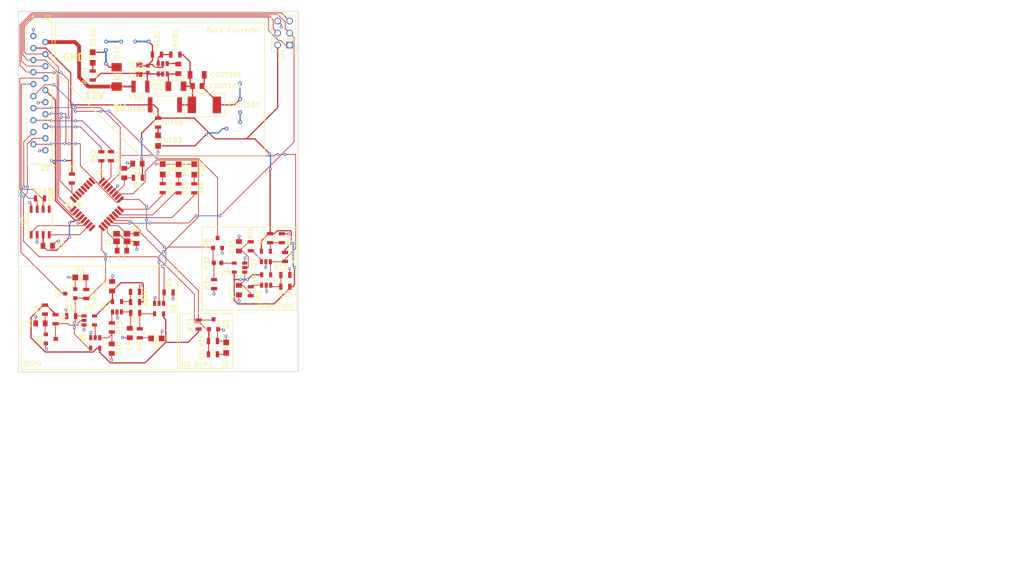
<source format=kicad_pcb>
(kicad_pcb (version 20171130) (host pcbnew 5.1.4-e60b266~84~ubuntu18.04.1)
  (layers (0 F.Cu signal) (31 B.Cu signal) (34 B.Paste user) (35 F.Paste user) (36 B.SilkS user) (37 F.SilkS user) (38 B.Mask user) (39 F.Mask user) (44 Edge.Cuts user))
  (net 0 "")
  (net 1 GND)
  (net 2 VCC)
  (net 3 /MISO)
  (net 4 /RXCAN)
  (net 5 /SCK)
  (net 6 "Net-(C5-Pad1)")
  (net 7 "Net-(D1-Pad2)")
  (net 8 +12V)
  (net 9 "Net-(C2-Pad1)")
  (net 10 "Net-(C3-Pad1)")
  (net 11 "Net-(C4-Pad1)")
  (net 12 "Net-(C6-Pad1)")
  (net 13 "Net-(C10-Pad1)")
  (net 14 "Net-(D4-Pad2)")
  (net 15 "Net-(D5-Pad2)")
  (net 16 "Net-(D12-Pad2)")
  (net 17 "Net-(D13-Pad2)")
  (net 18 /MOSI)
  (net 19 "Net-(IC1-Pad3)")
  (net 20 /TXCAN)
  (net 21 "Net-(IC1-Pad8)")
  (net 22 "Net-(IC1-Pad21)")
  (net 23 "Net-(IC1-Pad23)")
  (net 24 "Net-(IC1-Pad24)")
  (net 25 /RESET)
  (net 26 "Net-(Q1-Pad3)")
  (net 27 "Net-(R5-Pad1)")
  (net 28 "Net-(R11-Pad1)")
  (net 29 "Net-(R13-Pad2)")
  (net 30 "Net-(U3-Pad5)")
  (net 31 "Net-(U5-Pad4)")
  (net 32 "Net-(C101-Pad1)")
  (net 33 "Net-(C103-Pad2)")
  (net 34 "Net-(C103-Pad1)")
  (net 35 "Net-(COUT101-Pad1)")
  (net 36 "Net-(D102-Pad2)")
  (net 37 "Net-(D103-Pad2)")
  (net 38 "Net-(R102-Pad1)")
  (net 39 "Net-(R12-Pad1)")
  (net 40 "Net-(R15-Pad2)")
  (net 41 "Net-(R33-Pad2)")
  (net 42 "Net-(IC1-Pad26)")
  (net 43 "Net-(IC1-Pad27)")
  (net 44 "Net-(IC1-Pad28)")
  (net 45 "Net-(IC1-Pad29)")
  (net 46 "Net-(C7-Pad1)")
  (net 47 "Net-(C11-Pad1)")
  (net 48 "Net-(D2-Pad2)")
  (net 49 /DEBUG_LED_1)
  (net 50 /DEBUG_LED_2)
  (net 51 /DEBUG_LED_3)
  (net 52 /BSPD_RELAY_SENSE)
  (net 53 /BSPD_CURRENT_SENSE)
  (net 54 /BRAKE_PRESSURE_SENSE)
  (net 55 /SHUTDOWN_SENSE_BSPD_PIN)
  (net 56 "Net-(IC1-Pad30)")
  (net 57 /BRAKELIGHT_GATE)
  (net 58 /CAN_HIGH)
  (net 59 /CAN_LOW)
  (net 60 /BRAKELIGHT_LSD)
  (net 61 /RJ45_LED_G)
  (net 62 /RJ45_LED_0)
  (net 63 /BSPD_RELAY_LSD)
  (net 64 /SHUTDOWN_SENSE_BSPD)
  (net 65 "Net-(R2-Pad2)")
  (net 66 "Net-(R20-Pad2)")
  (net 67 "Net-(IC1-Pad32)")
  (net 68 "Net-(IC1-Pad25)")
  (module footprints:SOT-23F (layer F.Cu) (at 33.18 81.7245 180)
    (fp_text reference Q2 (at 2.6035 0.0635 270) (layer F.SilkS))
    (fp_text value SSM3K333R hide)
    (pad 1 smd rect (at -1.05 -0.95 180) (size 0.9 0.8) (layers F.Cu F.Paste F.Mask) (net 52 /BSPD_RELAY_SENSE))
    (pad 2 smd rect (at -1.05 0.95 180) (size 0.9 0.8) (layers F.Cu F.Paste F.Mask) (net 1 GND))
    (pad 3 smd rect (at 1.05 0 180) (size 0.9 0.8) (layers F.Cu F.Paste F.Mask) (net 63 /BSPD_RELAY_LSD))
  )
  (module footprints:micromatch_female_ra_20 (layer F.Cu) (at 25.4 32.385)
    (fp_text reference J2 (at 2.8575 -8.9535) (layer F.SilkS))
    (fp_text value MM_F_RA_20 hide)
    (fp_text user 1 (at 0 -8.89) (layer F.SilkS))
    (fp_text user 20 (at 2.54 22.86) (layer F.SilkS))
    (pad 20 thru_hole circle (at 2.54 19.05) (size 1.3 1.3) (drill 0.8) (layers *.Cu *.Mask) (net 1 GND))
    (pad 19 thru_hole circle (at 0 17.78) (size 1.3 1.3) (drill 0.8) (layers *.Cu *.Mask) (net 53 /BSPD_CURRENT_SENSE))
    (pad 18 thru_hole circle (at 2.54 16.51) (size 1.3 1.3) (drill 0.8) (layers *.Cu *.Mask) (net 64 /SHUTDOWN_SENSE_BSPD))
    (pad 17 thru_hole circle (at 0 15.24) (size 1.3 1.3) (drill 0.8) (layers *.Cu *.Mask) (net 63 /BSPD_RELAY_LSD))
    (pad 16 thru_hole circle (at 2.54 13.97) (size 1.3 1.3) (drill 0.8) (layers *.Cu *.Mask) (net 62 /RJ45_LED_0))
    (pad 15 thru_hole circle (at 0 12.7) (size 1.3 1.3) (drill 0.8) (layers *.Cu *.Mask) (net 61 /RJ45_LED_G))
    (pad 14 thru_hole circle (at 2.54 11.43) (size 1.3 1.3) (drill 0.8) (layers *.Cu *.Mask) (net 53 /BSPD_CURRENT_SENSE))
    (pad 13 thru_hole circle (at 0 10.16) (size 1.3 1.3) (drill 0.8) (layers *.Cu *.Mask) (net 60 /BRAKELIGHT_LSD))
    (pad 12 thru_hole circle (at 2.54 8.89) (size 1.3 1.3) (drill 0.8) (layers *.Cu *.Mask) (net 1 GND))
    (pad 11 thru_hole circle (at 0 7.62) (size 1.3 1.3) (drill 0.8) (layers *.Cu *.Mask) (net 54 /BRAKE_PRESSURE_SENSE))
    (pad 10 thru_hole circle (at 2.54 6.35) (size 1.3 1.3) (drill 0.8) (layers *.Cu *.Mask) (net 2 VCC))
    (pad 9 thru_hole circle (at 0 5.08) (size 1.3 1.3) (drill 0.8) (layers *.Cu *.Mask) (net 59 /CAN_LOW))
    (pad 8 thru_hole circle (at 2.54 3.81) (size 1.3 1.3) (drill 0.8) (layers *.Cu *.Mask) (net 58 /CAN_HIGH))
    (pad 6 thru_hole circle (at 2.54 1.27) (size 1.3 1.3) (drill 0.8) (layers *.Cu *.Mask) (net 5 /SCK))
    (pad 4 thru_hole circle (at 2.54 -1.27) (size 1.3 1.3) (drill 0.8) (layers *.Cu *.Mask) (net 3 /MISO))
    (pad 2 thru_hole circle (at 2.54 -3.81) (size 1.3 1.3) (drill 0.8) (layers *.Cu *.Mask) (net 8 +12V))
    (pad 7 thru_hole circle (at 0 2.54) (size 1.3 1.3) (drill 0.8) (layers *.Cu *.Mask) (net 25 /RESET))
    (pad 1 thru_hole circle (at 0 -5.08) (size 1.3 1.3) (drill 0.8) (layers *.Cu *.Mask) (net 1 GND))
    (pad 3 thru_hole circle (at 0 -2.54) (size 1.3 1.3) (drill 0.8) (layers *.Cu *.Mask) (net 2 VCC))
    (pad 5 thru_hole circle (at 0 0) (size 1.3 1.3) (drill 0.8) (layers *.Cu *.Mask) (net 18 /MOSI))
  )
  (module footprints:C_0805_OEM (layer F.Cu) (at 28.432 71.628)
    (fp_text reference C9 (at 2.81 0) (layer F.SilkS))
    (fp_text value C_0.1uF hide)
    (pad 2 smd rect (at 1 0) (size 1 1.25) (layers F.Cu F.Paste F.Mask) (net 1 GND))
    (pad 1 smd rect (at -1 0) (size 1 1.25) (layers F.Cu F.Paste F.Mask) (net 2 VCC))
  )
  (module footprints:SOT-23-5_OEM (layer F.Cu) (at 51.9379 84.8741 270)
    (fp_text reference U1 (at 0 -2.9 90) (layer F.SilkS))
    (fp_text value SN74LVC1G08 hide)
    (pad 1 smd rect (at -1.1 -0.95 270) (size 1.06 0.65) (layers F.Cu F.Paste F.Mask) (net 53 /BSPD_CURRENT_SENSE))
    (pad 2 smd rect (at -1.1 0 270) (size 1.06 0.65) (layers F.Cu F.Paste F.Mask) (net 57 /BRAKELIGHT_GATE))
    (pad 3 smd rect (at -1.1 0.95 270) (size 1.06 0.65) (layers F.Cu F.Paste F.Mask) (net 1 GND))
    (pad 4 smd rect (at 1.1 0.95 270) (size 1.06 0.65) (layers F.Cu F.Paste F.Mask) (net 27 "Net-(R5-Pad1)"))
    (pad 5 smd rect (at 1.1 -0.95 270) (size 1.06 0.65) (layers F.Cu F.Paste F.Mask) (net 2 VCC))
  )
  (module footprints:R_0805_OEM (layer F.Cu) (at 46.8554 81.3435)
    (fp_text reference R11 (at 2.2631 0 90) (layer F.SilkS) (effects (font (size 0.8 0.8))))
    (fp_text value R_10K hide)
    (pad 2 smd rect (at 0.95 0) (size 0.7 1.3) (layers F.Cu F.Paste F.Mask) (net 1 GND))
    (pad 1 smd rect (at -0.95 0) (size 0.7 1.3) (layers F.Cu F.Paste F.Mask) (net 28 "Net-(R11-Pad1)"))
  )
  (module footprints:SOT-23F (layer F.Cu) (at 64.284 71.02 90)
    (fp_text reference Q6 (at 0 -2.5 90) (layer F.SilkS))
    (fp_text value SSM3K333R hide)
    (pad 3 smd rect (at 1.05 0 90) (size 0.9 0.8) (layers F.Cu F.Paste F.Mask) (net 60 /BRAKELIGHT_LSD))
    (pad 2 smd rect (at -1.05 0.95 90) (size 0.9 0.8) (layers F.Cu F.Paste F.Mask) (net 1 GND))
    (pad 1 smd rect (at -1.05 -0.95 90) (size 0.9 0.8) (layers F.Cu F.Paste F.Mask) (net 57 /BRAKELIGHT_GATE))
  )
  (module footprints:TQFP-32_7x7mm_Pitch0.8mm (layer F.Cu) (at 38.7985 62.865 45)
    (fp_text reference IC1 (at 5.127726 -4.499108 45) (layer F.SilkS))
    (fp_text value ATMEGA16M1 hide)
    (pad 32 smd rect (at -2.8 -4.25 135) (size 1.6 0.55) (layers F.Cu F.Paste F.Mask) (net 67 "Net-(IC1-Pad32)"))
    (pad 31 smd rect (at -2 -4.25 135) (size 1.6 0.55) (layers F.Cu F.Paste F.Mask) (net 25 /RESET))
    (pad 30 smd rect (at -1.2 -4.25 135) (size 1.6 0.55) (layers F.Cu F.Paste F.Mask) (net 56 "Net-(IC1-Pad30)"))
    (pad 29 smd rect (at -0.4 -4.25 135) (size 1.6 0.55) (layers F.Cu F.Paste F.Mask) (net 45 "Net-(IC1-Pad29)"))
    (pad 28 smd rect (at 0.4 -4.25 135) (size 1.6 0.55) (layers F.Cu F.Paste F.Mask) (net 44 "Net-(IC1-Pad28)"))
    (pad 27 smd rect (at 1.2 -4.25 135) (size 1.6 0.55) (layers F.Cu F.Paste F.Mask) (net 43 "Net-(IC1-Pad27)"))
    (pad 26 smd rect (at 2 -4.25 135) (size 1.6 0.55) (layers F.Cu F.Paste F.Mask) (net 42 "Net-(IC1-Pad26)"))
    (pad 25 smd rect (at 2.8 -4.25 135) (size 1.6 0.55) (layers F.Cu F.Paste F.Mask) (net 68 "Net-(IC1-Pad25)"))
    (pad 24 smd rect (at 4.25 -2.8 45) (size 1.6 0.55) (layers F.Cu F.Paste F.Mask) (net 24 "Net-(IC1-Pad24)"))
    (pad 23 smd rect (at 4.25 -2 45) (size 1.6 0.55) (layers F.Cu F.Paste F.Mask) (net 23 "Net-(IC1-Pad23)"))
    (pad 22 smd rect (at 4.25 -1.2 45) (size 1.6 0.55) (layers F.Cu F.Paste F.Mask) (net 54 /BRAKE_PRESSURE_SENSE))
    (pad 21 smd rect (at 4.25 -0.4 45) (size 1.6 0.55) (layers F.Cu F.Paste F.Mask) (net 22 "Net-(IC1-Pad21)"))
    (pad 20 smd rect (at 4.25 0.4 45) (size 1.6 0.55) (layers F.Cu F.Paste F.Mask) (net 1 GND))
    (pad 19 smd rect (at 4.25 1.2 45) (size 1.6 0.55) (layers F.Cu F.Paste F.Mask) (net 9 "Net-(C2-Pad1)"))
    (pad 18 smd rect (at 4.25 2 45) (size 1.6 0.55) (layers F.Cu F.Paste F.Mask) (net 57 /BRAKELIGHT_GATE))
    (pad 17 smd rect (at 4.25 2.8 45) (size 1.6 0.55) (layers F.Cu F.Paste F.Mask) (net 53 /BSPD_CURRENT_SENSE))
    (pad 16 smd rect (at 2.8 4.25 135) (size 1.6 0.55) (layers F.Cu F.Paste F.Mask) (net 51 /DEBUG_LED_3))
    (pad 15 smd rect (at 2 4.25 135) (size 1.6 0.55) (layers F.Cu F.Paste F.Mask) (net 50 /DEBUG_LED_2))
    (pad 14 smd rect (at 1.2 4.25 135) (size 1.6 0.55) (layers F.Cu F.Paste F.Mask) (net 49 /DEBUG_LED_1))
    (pad 13 smd rect (at 0.4 4.25 135) (size 1.6 0.55) (layers F.Cu F.Paste F.Mask) (net 55 /SHUTDOWN_SENSE_BSPD_PIN))
    (pad 12 smd rect (at -0.4 4.25 135) (size 1.6 0.55) (layers F.Cu F.Paste F.Mask) (net 5 /SCK))
    (pad 11 smd rect (at -1.2 4.25 135) (size 1.6 0.55) (layers F.Cu F.Paste F.Mask) (net 10 "Net-(C3-Pad1)"))
    (pad 10 smd rect (at -2 4.25 135) (size 1.6 0.55) (layers F.Cu F.Paste F.Mask) (net 11 "Net-(C4-Pad1)"))
    (pad 9 smd rect (at -2.8 4.25 135) (size 1.6 0.55) (layers F.Cu F.Paste F.Mask) (net 52 /BSPD_RELAY_SENSE))
    (pad 8 smd rect (at -4.25 2.8 45) (size 1.6 0.55) (layers F.Cu F.Paste F.Mask) (net 21 "Net-(IC1-Pad8)"))
    (pad 7 smd rect (at -4.25 2 45) (size 1.6 0.55) (layers F.Cu F.Paste F.Mask) (net 4 /RXCAN))
    (pad 6 smd rect (at -4.25 1.2 45) (size 1.6 0.55) (layers F.Cu F.Paste F.Mask) (net 20 /TXCAN))
    (pad 5 smd rect (at -4.25 0.4 45) (size 1.6 0.55) (layers F.Cu F.Paste F.Mask) (net 1 GND))
    (pad 4 smd rect (at -4.25 -0.4 45) (size 1.6 0.55) (layers F.Cu F.Paste F.Mask) (net 2 VCC))
    (pad 3 smd rect (at -4.25 -1.2 45) (size 1.6 0.55) (layers F.Cu F.Paste F.Mask) (net 19 "Net-(IC1-Pad3)"))
    (pad 2 smd rect (at -4.25 -2 45) (size 1.6 0.55) (layers F.Cu F.Paste F.Mask) (net 18 /MOSI))
    (pad 1 smd rect (at -4.25 -2.8 45) (size 1.6 0.55) (layers F.Cu F.Paste F.Mask) (net 3 /MISO))
  )
  (module footprints:LED_0805_OEM (layer F.Cu) (at 51.3615 91.186 180)
    (fp_text reference D1 (at 0 -1.45) (layer F.SilkS))
    (fp_text value LED_0805 hide)
    (pad 2 smd rect (at 1.1 0) (size 1.2 1.2) (layers F.Cu F.Paste F.Mask) (net 7 "Net-(D1-Pad2)"))
    (pad 1 smd rect (at -1.1 0) (size 1.2 1.2) (layers F.Cu F.Paste F.Mask) (net 1 GND))
  )
  (module footprints:R_0805_OEM (layer F.Cu) (at 39.755326 52.70614 90)
    (fp_text reference R42 (at 0 -1.65 90) (layer F.SilkS))
    (fp_text value R_200 hide)
    (pad 2 smd rect (at 0.95 0 90) (size 0.7 1.3) (layers F.Cu F.Paste F.Mask) (net 62 /RJ45_LED_0))
    (pad 1 smd rect (at -0.95 0 90) (size 0.7 1.3) (layers F.Cu F.Paste F.Mask) (net 24 "Net-(IC1-Pad24)"))
  )
  (module footprints:R_0805_OEM (layer F.Cu) (at 30.0685 87.122 90)
    (fp_text reference R9 (at 0 1.7526 90) (layer F.SilkS))
    (fp_text value R_100K hide)
    (pad 1 smd rect (at -0.95 0 90) (size 0.7 1.3) (layers F.Cu F.Paste F.Mask) (net 26 "Net-(Q1-Pad3)"))
    (pad 2 smd rect (at 0.95 0 90) (size 0.7 1.3) (layers F.Cu F.Paste F.Mask) (net 2 VCC))
  )
  (module footprints:LED_0805_OEM (layer F.Cu) (at 52.6921 55.438 270)
    (fp_text reference PB2 (at 0 -1.6639 90) (layer F.SilkS))
    (fp_text value LED_0805 hide)
    (pad 2 smd rect (at 1.1 0 90) (size 1.2 1.2) (layers F.Cu F.Paste F.Mask) (net 15 "Net-(D5-Pad2)"))
    (pad 1 smd rect (at -1.1 0 90) (size 1.2 1.2) (layers F.Cu F.Paste F.Mask) (net 1 GND))
  )
  (module footprints:R_0805_OEM (layer F.Cu) (at 75.3668 70.0086 90)
    (fp_text reference R12 (at 0 -1.65 90) (layer F.SilkS))
    (fp_text value R_2.2K hide)
    (pad 1 smd rect (at -0.95 0 90) (size 0.7 1.3) (layers F.Cu F.Paste F.Mask) (net 39 "Net-(R12-Pad1)"))
    (pad 2 smd rect (at 0.95 0 90) (size 0.7 1.3) (layers F.Cu F.Paste F.Mask) (net 2 VCC))
  )
  (module footprints:R_0805_OEM (layer F.Cu) (at 41.9684 88.8746 90)
    (fp_text reference R13 (at 0 1.651 90) (layer F.SilkS))
    (fp_text value R_10K hide)
    (pad 2 smd rect (at 0.95 0 90) (size 0.7 1.3) (layers F.Cu F.Paste F.Mask) (net 29 "Net-(R13-Pad2)"))
    (pad 1 smd rect (at -0.95 0 90) (size 0.7 1.3) (layers F.Cu F.Paste F.Mask) (net 13 "Net-(C10-Pad1)"))
  )
  (module footprints:R_0805_OEM (layer F.Cu) (at 46.8579 83.5025 180)
    (fp_text reference R8 (at -2.2606 0 270) (layer F.SilkS))
    (fp_text value R_10K hide)
    (pad 2 smd rect (at 0.95 0 180) (size 0.7 1.3) (layers F.Cu F.Paste F.Mask) (net 28 "Net-(R11-Pad1)"))
    (pad 1 smd rect (at -0.95 0 180) (size 0.7 1.3) (layers F.Cu F.Paste F.Mask) (net 2 VCC))
  )
  (module footprints:Pin_Header_Straight_2x03 (layer F.Cu) (at 79.502 29.21 180)
    (fp_text reference J3 (at 1.778 -2.54) (layer F.SilkS))
    (fp_text value CONN_02X03 hide)
    (pad 6 thru_hole circle (at 2.54 5.08 180) (size 1.4 1.4) (drill 1.016) (layers *.Cu *.Mask) (net 1 GND))
    (pad 5 thru_hole circle (at 0 5.08 180) (size 1.4 1.4) (drill 1.016) (layers *.Cu *.Mask) (net 25 /RESET))
    (pad 4 thru_hole circle (at 2.54 2.54 180) (size 1.4 1.4) (drill 1.016) (layers *.Cu *.Mask) (net 18 /MOSI))
    (pad 3 thru_hole circle (at 0 2.54 180) (size 1.4 1.4) (drill 1.016) (layers *.Cu *.Mask) (net 5 /SCK))
    (pad 2 thru_hole circle (at 2.54 0 180) (size 1.4 1.4) (drill 1.016) (layers *.Cu *.Mask) (net 2 VCC))
    (pad 1 thru_hole rect (at 0 0 180) (size 1.4 1.4) (drill 1.016) (layers *.Cu *.Mask) (net 3 /MISO))
  )
  (module footprints:R_0805_OEM (layer F.Cu) (at 78.534 73.97 270)
    (fp_text reference R10 (at 0 -1.65 90) (layer F.SilkS))
    (fp_text value R_10K hide)
    (pad 1 smd rect (at -0.95 0 270) (size 0.7 1.3) (layers F.Cu F.Paste F.Mask) (net 2 VCC))
    (pad 2 smd rect (at 0.95 0 270) (size 0.7 1.3) (layers F.Cu F.Paste F.Mask) (net 54 /BRAKE_PRESSURE_SENSE))
  )
  (module footprints:SOT-23-5_OEM (layer F.Cu) (at 37.201 87.3785)
    (fp_text reference U5 (at 0 -2.9) (layer F.SilkS))
    (fp_text value SN74LVC1G02 hide)
    (pad 5 smd rect (at 1.1 -0.95) (size 1.06 0.65) (layers F.Cu F.Paste F.Mask) (net 2 VCC))
    (pad 4 smd rect (at 1.1 0.95) (size 1.06 0.65) (layers F.Cu F.Paste F.Mask) (net 31 "Net-(U5-Pad4)"))
    (pad 3 smd rect (at -1.1 0.95) (size 1.06 0.65) (layers F.Cu F.Paste F.Mask) (net 1 GND))
    (pad 2 smd rect (at -1.1 0) (size 1.06 0.65) (layers F.Cu F.Paste F.Mask) (net 26 "Net-(Q1-Pad3)"))
    (pad 1 smd rect (at -1.1 -0.95) (size 1.06 0.65) (layers F.Cu F.Paste F.Mask) (net 52 /BSPD_RELAY_SENSE))
  )
  (module footprints:LED_0805_OEM (layer F.Cu) (at 35.339 78.2955)
    (fp_text reference D4 (at 0 -1.45) (layer F.SilkS))
    (fp_text value LED_0805 hide)
    (pad 1 smd rect (at -1.1 0 180) (size 1.2 1.2) (layers F.Cu F.Paste F.Mask) (net 1 GND))
    (pad 2 smd rect (at 1.1 0 180) (size 1.2 1.2) (layers F.Cu F.Paste F.Mask) (net 14 "Net-(D4-Pad2)"))
  )
  (module footprints:R_0805_OEM (layer F.Cu) (at 26.793951 61.604804)
    (fp_text reference R14 (at 0 -1.65) (layer F.SilkS))
    (fp_text value R_200 hide)
    (pad 1 smd rect (at -0.95 0) (size 0.7 1.3) (layers F.Cu F.Paste F.Mask) (net 58 /CAN_HIGH))
    (pad 2 smd rect (at 0.95 0) (size 0.7 1.3) (layers F.Cu F.Paste F.Mask) (net 59 /CAN_LOW))
  )
  (module footprints:R_0805_OEM (layer F.Cu) (at 71.284 81.22 90)
    (fp_text reference R2 (at -0.75 1.75 90) (layer F.SilkS))
    (fp_text value R_10K hide)
    (pad 1 smd rect (at -0.95 0 90) (size 0.7 1.3) (layers F.Cu F.Paste F.Mask) (net 46 "Net-(C7-Pad1)"))
    (pad 2 smd rect (at 0.95 0 90) (size 0.7 1.3) (layers F.Cu F.Paste F.Mask) (net 65 "Net-(R2-Pad2)"))
  )
  (module footprints:SOIC-8_3.9x4.9mm_Pitch1.27mm_OEM (layer F.Cu) (at 26.831916 66.585216 90)
    (fp_text reference U3 (at 0 -3.5 90) (layer F.SilkS))
    (fp_text value CAN_Transceiver hide)
    (pad 8 smd rect (at 2.7 -1.905 90) (size 1.55 0.6) (layers F.Cu F.Paste F.Mask) (net 1 GND))
    (pad 7 smd rect (at 2.7 -0.635 90) (size 1.55 0.6) (layers F.Cu F.Paste F.Mask) (net 58 /CAN_HIGH))
    (pad 6 smd rect (at 2.7 0.635 90) (size 1.55 0.6) (layers F.Cu F.Paste F.Mask) (net 59 /CAN_LOW))
    (pad 5 smd rect (at 2.7 1.905 90) (size 1.55 0.6) (layers F.Cu F.Paste F.Mask) (net 30 "Net-(U3-Pad5)"))
    (pad 4 smd rect (at -2.7 1.905 90) (size 1.55 0.6) (layers F.Cu F.Paste F.Mask) (net 4 /RXCAN))
    (pad 3 smd rect (at -2.7 0.635 90) (size 1.55 0.6) (layers F.Cu F.Paste F.Mask) (net 2 VCC))
    (pad 2 smd rect (at -2.7 -0.635 90) (size 1.55 0.6) (layers F.Cu F.Paste F.Mask) (net 1 GND))
    (pad 1 smd rect (at -2.7 -1.905 90) (size 1.55 0.6) (layers F.Cu F.Paste F.Mask) (net 20 /TXCAN))
  )
  (module footprints:R_0805_OEM (layer F.Cu) (at 27.846 85.09 270)
    (fp_text reference R6 (at 0 1.7526 90) (layer F.SilkS))
    (fp_text value R_10K hide)
    (pad 2 smd rect (at 0.95 0 270) (size 0.7 1.3) (layers F.Cu F.Paste F.Mask) (net 12 "Net-(C6-Pad1)"))
    (pad 1 smd rect (at -0.95 0 270) (size 0.7 1.3) (layers F.Cu F.Paste F.Mask) (net 2 VCC))
  )
  (module footprints:C_0805_OEM (layer F.Cu) (at 45.753 90.043 270)
    (fp_text reference C5 (at 2.794 0 90) (layer F.SilkS))
    (fp_text value C_10uF hide)
    (pad 2 smd rect (at 1 0 270) (size 1 1.25) (layers F.Cu F.Paste F.Mask) (net 1 GND))
    (pad 1 smd rect (at -1 0 270) (size 1 1.25) (layers F.Cu F.Paste F.Mask) (net 6 "Net-(C5-Pad1)"))
  )
  (module footprints:R_0805_OEM (layer F.Cu) (at 59.3645 59.4766 90)
    (fp_text reference R46 (at 0 1.5393 90) (layer F.SilkS))
    (fp_text value R_200 hide)
    (pad 1 smd rect (at -0.95 0 90) (size 0.7 1.3) (layers F.Cu F.Paste F.Mask) (net 49 /DEBUG_LED_1))
    (pad 2 smd rect (at 0.95 0 90) (size 0.7 1.3) (layers F.Cu F.Paste F.Mask) (net 17 "Net-(D13-Pad2)"))
  )
  (module footprints:SOT-23F (layer F.Cu) (at 63.431 88.189 90)
    (fp_text reference Q3 (at 0 2.667 90) (layer F.SilkS))
    (fp_text value SSM3K333R hide)
    (pad 1 smd rect (at -1.05 -0.95 90) (size 0.9 0.8) (layers F.Cu F.Paste F.Mask) (net 64 /SHUTDOWN_SENSE_BSPD))
    (pad 2 smd rect (at -1.05 0.95 90) (size 0.9 0.8) (layers F.Cu F.Paste F.Mask) (net 1 GND))
    (pad 3 smd rect (at 1.05 0 90) (size 0.9 0.8) (layers F.Cu F.Paste F.Mask) (net 55 /SHUTDOWN_SENSE_BSPD_PIN))
  )
  (module footprints:C_0805_OEM (layer F.Cu) (at 68.784 71.72 90)
    (fp_text reference C11 (at 0 -1.5 90) (layer F.SilkS))
    (fp_text value C_1uF hide)
    (pad 1 smd rect (at -1 0 90) (size 1 1.25) (layers F.Cu F.Paste F.Mask) (net 47 "Net-(C11-Pad1)"))
    (pad 2 smd rect (at 1 0 90) (size 1 1.25) (layers F.Cu F.Paste F.Mask) (net 1 GND))
  )
  (module footprints:R_0805_OEM (layer F.Cu) (at 60.256 88.25 90)
    (fp_text reference R23 (at 0 -1.65 90) (layer F.SilkS))
    (fp_text value R_10K hide)
    (pad 1 smd rect (at -0.95 0 90) (size 0.7 1.3) (layers F.Cu F.Paste F.Mask) (net 2 VCC))
    (pad 2 smd rect (at 0.95 0 90) (size 0.7 1.3) (layers F.Cu F.Paste F.Mask) (net 55 /SHUTDOWN_SENSE_BSPD_PIN))
  )
  (module footprints:SOT-23-5_OEM (layer F.Cu) (at 43.0479 84.4931 90)
    (fp_text reference U2 (at 0 -2.9 90) (layer F.SilkS))
    (fp_text value MCP6001 hide)
    (pad 1 smd rect (at -1.1 -0.95 90) (size 1.06 0.65) (layers F.Cu F.Paste F.Mask) (net 29 "Net-(R13-Pad2)"))
    (pad 2 smd rect (at -1.1 0 90) (size 1.06 0.65) (layers F.Cu F.Paste F.Mask) (net 1 GND))
    (pad 3 smd rect (at -1.1 0.95 90) (size 1.06 0.65) (layers F.Cu F.Paste F.Mask) (net 6 "Net-(C5-Pad1)"))
    (pad 4 smd rect (at 1.1 0.95 90) (size 1.06 0.65) (layers F.Cu F.Paste F.Mask) (net 28 "Net-(R11-Pad1)"))
    (pad 5 smd rect (at 1.1 -0.95 90) (size 1.06 0.65) (layers F.Cu F.Paste F.Mask) (net 2 VCC))
  )
  (module footprints:R_0805_OEM (layer F.Cu) (at 78.5836 80.2602 180)
    (fp_text reference R15 (at 0 -1.65) (layer F.SilkS))
    (fp_text value R_10K hide)
    (pad 1 smd rect (at -0.95 0 180) (size 0.7 1.3) (layers F.Cu F.Paste F.Mask) (net 2 VCC))
    (pad 2 smd rect (at 0.95 0 180) (size 0.7 1.3) (layers F.Cu F.Paste F.Mask) (net 40 "Net-(R15-Pad2)"))
  )
  (module footprints:C_0805_OEM (layer F.Cu) (at 42.0065 80.153 90)
    (fp_text reference C8 (at 0 -1.5 90) (layer F.SilkS))
    (fp_text value C_0.1uF hide)
    (pad 1 smd rect (at -1 0 90) (size 1 1.25) (layers F.Cu F.Paste F.Mask) (net 2 VCC))
    (pad 2 smd rect (at 1 0 90) (size 1 1.25) (layers F.Cu F.Paste F.Mask) (net 1 GND))
  )
  (module footprints:C_0805_OEM (layer F.Cu) (at 47.1424 70.104 270)
    (fp_text reference C3 (at -2.286 0.1524 180) (layer F.SilkS))
    (fp_text value C_30pF hide)
    (pad 1 smd rect (at -1 0 270) (size 1 1.25) (layers F.Cu F.Paste F.Mask) (net 10 "Net-(C3-Pad1)"))
    (pad 2 smd rect (at 1 0 270) (size 1 1.25) (layers F.Cu F.Paste F.Mask) (net 1 GND))
  )
  (module footprints:R_0805_OEM (layer F.Cu) (at 47.8485 90.1065 270)
    (fp_text reference R5 (at 2.8575 0 90) (layer F.SilkS))
    (fp_text value R_200 hide)
    (pad 2 smd rect (at 0.95 0 270) (size 0.7 1.3) (layers F.Cu F.Paste F.Mask) (net 7 "Net-(D1-Pad2)"))
    (pad 1 smd rect (at -0.95 0 270) (size 0.7 1.3) (layers F.Cu F.Paste F.Mask) (net 27 "Net-(R5-Pad1)"))
  )
  (module footprints:LED_0805_OEM (layer F.Cu) (at 56.051 55.4888 270)
    (fp_text reference PD7 (at 0 -1.607 90) (layer F.SilkS))
    (fp_text value LED_0805 hide)
    (pad 1 smd rect (at -1.1 0 90) (size 1.2 1.2) (layers F.Cu F.Paste F.Mask) (net 1 GND))
    (pad 2 smd rect (at 1.1 0 90) (size 1.2 1.2) (layers F.Cu F.Paste F.Mask) (net 16 "Net-(D12-Pad2)"))
  )
  (module footprints:Crystal_SMD_FA238 (layer F.Cu) (at 44.056857 69.871839 180)
    (fp_text reference Y1 (at 2.908857 -0.994161 180) (layer F.SilkS))
    (fp_text value Crystal_SMD hide)
    (pad 4 smd rect (at -1.1 -0.8 180) (size 1.4 1.2) (layers F.Cu F.Mask) (net 1 GND))
    (pad 3 smd rect (at 1.1 -0.8 180) (size 1.4 1.2) (layers F.Cu F.Mask) (net 11 "Net-(C4-Pad1)"))
    (pad 2 smd rect (at 1.1 0.8 180) (size 1.4 1.2) (layers F.Cu F.Mask) (net 1 GND))
    (pad 1 smd rect (at -1.1 0.8 180) (size 1.4 1.2) (layers F.Cu F.Mask) (net 10 "Net-(C3-Pad1)"))
  )
  (module footprints:C_0805_OEM (layer F.Cu) (at 47.365066 54.261283 180)
    (fp_text reference C1 (at 0 -1.5) (layer F.SilkS))
    (fp_text value C_0.1uF hide)
    (pad 2 smd rect (at 1 0 180) (size 1 1.25) (layers F.Cu F.Paste F.Mask) (net 1 GND))
    (pad 1 smd rect (at -1 0 180) (size 1 1.25) (layers F.Cu F.Paste F.Mask) (net 2 VCC))
  )
  (module footprints:R_0805_OEM (layer F.Cu) (at 63.534 79.72 270)
    (fp_text reference R34 (at -0.218 1.558 90) (layer F.SilkS))
    (fp_text value R_10K hide)
    (pad 1 smd rect (at -0.95 0 270) (size 0.7 1.3) (layers F.Cu F.Paste F.Mask) (net 57 /BRAKELIGHT_GATE))
    (pad 2 smd rect (at 0.95 0 270) (size 0.7 1.3) (layers F.Cu F.Paste F.Mask) (net 1 GND))
  )
  (module footprints:R_0805_OEM (layer F.Cu) (at 71.284 71.72 270)
    (fp_text reference R20 (at -2.75 0 270) (layer F.SilkS) (effects (font (size 0.8 0.8))))
    (fp_text value R_10K hide)
    (pad 1 smd rect (at -0.95 0 270) (size 0.7 1.3) (layers F.Cu F.Paste F.Mask) (net 47 "Net-(C11-Pad1)"))
    (pad 2 smd rect (at 0.95 0 270) (size 0.7 1.3) (layers F.Cu F.Paste F.Mask) (net 66 "Net-(R20-Pad2)"))
  )
  (module footprints:R_0805_OEM (layer F.Cu) (at 33.528 57.404 270)
    (fp_text reference R3 (at -2.286 0 180) (layer F.SilkS))
    (fp_text value R_10k hide)
    (pad 2 smd rect (at 0.95 0 270) (size 0.7 1.3) (layers F.Cu F.Paste F.Mask) (net 25 /RESET))
    (pad 1 smd rect (at -0.95 0 270) (size 0.7 1.3) (layers F.Cu F.Paste F.Mask) (net 2 VCC))
  )
  (module footprints:R_0603_1608Metric (layer F.Cu) (at 64.284 75.22)
    (fp_text reference R33 (at -2.25 0 90) (layer F.SilkS))
    (fp_text value R_0 hide)
    (pad 2 smd roundrect (at 0.7875 0) (size 0.875 0.95) (layers F.Cu F.Paste F.Mask) (net 41 "Net-(R33-Pad2)"))
    (pad 1 smd roundrect (at -0.7875 0) (size 0.875 0.95) (layers F.Cu F.Paste F.Mask) (net 57 /BRAKELIGHT_GATE))
  )
  (module footprints:R_0805_OEM (layer F.Cu) (at 47.473566 57.245783 180)
    (fp_text reference R1 (at 0 -1.65) (layer F.SilkS))
    (fp_text value R_100 hide)
    (pad 1 smd rect (at -0.95 0 180) (size 0.7 1.3) (layers F.Cu F.Paste F.Mask) (net 2 VCC))
    (pad 2 smd rect (at 0.95 0 180) (size 0.7 1.3) (layers F.Cu F.Paste F.Mask) (net 9 "Net-(C2-Pad1)"))
  )
  (module footprints:R_0805_OEM (layer F.Cu) (at 77.8433 70.0086 270)
    (fp_text reference R19 (at 0.6034 -1.65 90) (layer F.SilkS) (effects (font (size 0.8 0.8))))
    (fp_text value R_499 hide)
    (pad 2 smd rect (at 0.95 0 270) (size 0.7 1.3) (layers F.Cu F.Paste F.Mask) (net 39 "Net-(R12-Pad1)"))
    (pad 1 smd rect (at -0.95 0 270) (size 0.7 1.3) (layers F.Cu F.Paste F.Mask) (net 1 GND))
  )
  (module footprints:C_0805_OEM (layer F.Cu) (at 44.091657 72.640439)
    (fp_text reference C4 (at 0.0668 1.6256) (layer F.SilkS))
    (fp_text value C_30pF hide)
    (pad 2 smd rect (at 1 0) (size 1 1.25) (layers F.Cu F.Paste F.Mask) (net 1 GND))
    (pad 1 smd rect (at -1 0) (size 1 1.25) (layers F.Cu F.Paste F.Mask) (net 11 "Net-(C4-Pad1)"))
  )
  (module footprints:R_0805_OEM (layer F.Cu) (at 52.6921 59.4385 90)
    (fp_text reference R44 (at 0 1.6775 90) (layer F.SilkS))
    (fp_text value R_200 hide)
    (pad 1 smd rect (at -0.95 0 90) (size 0.7 1.3) (layers F.Cu F.Paste F.Mask) (net 51 /DEBUG_LED_3))
    (pad 2 smd rect (at 0.95 0 90) (size 0.7 1.3) (layers F.Cu F.Paste F.Mask) (net 15 "Net-(D5-Pad2)"))
  )
  (module footprints:R_0805_OEM (layer F.Cu) (at 78.5861 77.7837)
    (fp_text reference R16 (at -0.8621 -1.65) (layer F.SilkS))
    (fp_text value R_1K hide)
    (pad 2 smd rect (at 0.95 0) (size 0.7 1.3) (layers F.Cu F.Paste F.Mask) (net 1 GND))
    (pad 1 smd rect (at -0.95 0) (size 0.7 1.3) (layers F.Cu F.Paste F.Mask) (net 40 "Net-(R15-Pad2)"))
  )
  (module footprints:R_0805_OEM (layer F.Cu) (at 41.775884 52.699068 270)
    (fp_text reference R41 (at 0 -1.65 90) (layer F.SilkS))
    (fp_text value R_200 hide)
    (pad 2 smd rect (at 0.95 0 270) (size 0.7 1.3) (layers F.Cu F.Paste F.Mask) (net 23 "Net-(IC1-Pad23)"))
    (pad 1 smd rect (at -0.95 0 270) (size 0.7 1.3) (layers F.Cu F.Paste F.Mask) (net 61 /RJ45_LED_G))
  )
  (module footprints:C_0805_OEM (layer F.Cu) (at 68.784 80.97 270)
    (fp_text reference C7 (at 1 1.5 90) (layer F.SilkS))
    (fp_text value C_1uF hide)
    (pad 1 smd rect (at -1 0 270) (size 1 1.25) (layers F.Cu F.Paste F.Mask) (net 46 "Net-(C7-Pad1)"))
    (pad 2 smd rect (at 1 0 270) (size 1 1.25) (layers F.Cu F.Paste F.Mask) (net 1 GND))
  )
  (module footprints:LED_0805_OEM (layer F.Cu) (at 66.098 93.142 270)
    (fp_text reference D2 (at 3.378 0.106 90) (layer F.SilkS))
    (fp_text value LED_0805 hide)
    (pad 2 smd rect (at 1.1 0 90) (size 1.2 1.2) (layers F.Cu F.Paste F.Mask) (net 48 "Net-(D2-Pad2)"))
    (pad 1 smd rect (at -1.1 0 90) (size 1.2 1.2) (layers F.Cu F.Paste F.Mask) (net 1 GND))
  )
  (module footprints:LED_0805_OEM (layer F.Cu) (at 59.3645 55.4761 270)
    (fp_text reference PD6 (at 0 -1.5955 90) (layer F.SilkS))
    (fp_text value LED_0805 hide)
    (pad 2 smd rect (at 1.1 0 90) (size 1.2 1.2) (layers F.Cu F.Paste F.Mask) (net 17 "Net-(D13-Pad2)"))
    (pad 1 smd rect (at -1.1 0 90) (size 1.2 1.2) (layers F.Cu F.Paste F.Mask) (net 1 GND))
  )
  (module footprints:R_0805_OEM (layer F.Cu) (at 56.051 59.4893 90)
    (fp_text reference R45 (at 0 1.5877 90) (layer F.SilkS))
    (fp_text value R_200 hide)
    (pad 2 smd rect (at 0.95 0 90) (size 0.7 1.3) (layers F.Cu F.Paste F.Mask) (net 16 "Net-(D12-Pad2)"))
    (pad 1 smd rect (at -0.95 0 90) (size 0.7 1.3) (layers F.Cu F.Paste F.Mask) (net 50 /DEBUG_LED_2))
  )
  (module footprints:SOT-23-5_OEM (layer F.Cu) (at 74.4778 73.8821 90)
    (fp_text reference U7 (at -1.3379 -2.5273 270) (layer F.SilkS))
    (fp_text value MCP6001 hide)
    (pad 5 smd rect (at 1.1 -0.95 90) (size 1.06 0.65) (layers F.Cu F.Paste F.Mask) (net 2 VCC))
    (pad 4 smd rect (at 1.1 0.95 90) (size 1.06 0.65) (layers F.Cu F.Paste F.Mask) (net 39 "Net-(R12-Pad1)"))
    (pad 3 smd rect (at -1.1 0.95 90) (size 1.06 0.65) (layers F.Cu F.Paste F.Mask) (net 54 /BRAKE_PRESSURE_SENSE))
    (pad 2 smd rect (at -1.1 0 90) (size 1.06 0.65) (layers F.Cu F.Paste F.Mask) (net 1 GND))
    (pad 1 smd rect (at -1.1 -0.95 90) (size 1.06 0.65) (layers F.Cu F.Paste F.Mask) (net 66 "Net-(R20-Pad2)"))
  )
  (module footprints:R_0805_OEM (layer F.Cu) (at 63.304 91.745 180)
    (fp_text reference R22 (at 2.286 0 270) (layer F.SilkS) (effects (font (size 0.8 0.8))))
    (fp_text value R_100K hide)
    (pad 1 smd rect (at -0.95 0 180) (size 0.7 1.3) (layers F.Cu F.Paste F.Mask) (net 1 GND))
    (pad 2 smd rect (at 0.95 0 180) (size 0.7 1.3) (layers F.Cu F.Paste F.Mask) (net 64 /SHUTDOWN_SENSE_BSPD))
  )
  (module footprints:SOT-23F (layer F.Cu) (at 29.0779 91.2876)
    (fp_text reference Q1 (at -2.4384 0.0254 270) (layer F.SilkS))
    (fp_text value SSM3K333R hide)
    (pad 3 smd rect (at 1.05 0) (size 0.9 0.8) (layers F.Cu F.Paste F.Mask) (net 26 "Net-(Q1-Pad3)"))
    (pad 2 smd rect (at -1.05 0.95) (size 0.9 0.8) (layers F.Cu F.Paste F.Mask) (net 1 GND))
    (pad 1 smd rect (at -1.05 -0.95) (size 0.9 0.8) (layers F.Cu F.Paste F.Mask) (net 12 "Net-(C6-Pad1)"))
  )
  (module footprints:C_0805_OEM (layer F.Cu) (at 41.943 93.345 270)
    (fp_text reference C10 (at 0 -1.5 90) (layer F.SilkS))
    (fp_text value C_1uF hide)
    (pad 2 smd rect (at 1 0 270) (size 1 1.25) (layers F.Cu F.Paste F.Mask) (net 1 GND))
    (pad 1 smd rect (at -1 0 270) (size 1 1.25) (layers F.Cu F.Paste F.Mask) (net 13 "Net-(C10-Pad1)"))
  )
  (module footprints:SOT-23-5_OEM (layer F.Cu) (at 74.5413 78.8351 90)
    (fp_text reference U4 (at 0.6151 -2.5273 270) (layer F.SilkS))
    (fp_text value MCP6001 hide)
    (pad 5 smd rect (at 1.1 -0.95 90) (size 1.06 0.65) (layers F.Cu F.Paste F.Mask) (net 2 VCC))
    (pad 4 smd rect (at 1.1 0.95 90) (size 1.06 0.65) (layers F.Cu F.Paste F.Mask) (net 54 /BRAKE_PRESSURE_SENSE))
    (pad 3 smd rect (at -1.1 0.95 90) (size 1.06 0.65) (layers F.Cu F.Paste F.Mask) (net 40 "Net-(R15-Pad2)"))
    (pad 2 smd rect (at -1.1 0 90) (size 1.06 0.65) (layers F.Cu F.Paste F.Mask) (net 1 GND))
    (pad 1 smd rect (at -1.1 -0.95 90) (size 1.06 0.65) (layers F.Cu F.Paste F.Mask) (net 65 "Net-(R2-Pad2)"))
  )
  (module footprints:C_0805_OEM (layer F.Cu) (at 26.8935 88.011 180)
    (fp_text reference C6 (at 2.54 0 270) (layer F.SilkS))
    (fp_text value C_0.1uF hide)
    (pad 2 smd rect (at 1 0 180) (size 1 1.25) (layers F.Cu F.Paste F.Mask) (net 1 GND))
    (pad 1 smd rect (at -1 0 180) (size 1 1.25) (layers F.Cu F.Paste F.Mask) (net 12 "Net-(C6-Pad1)"))
  )
  (module footprints:C_0805_OEM (layer F.Cu) (at 44.586 56.253 90)
    (fp_text reference C2 (at 0 -1.5 90) (layer F.SilkS))
    (fp_text value C_100pF hide)
    (pad 1 smd rect (at -1 0 90) (size 1 1.25) (layers F.Cu F.Paste F.Mask) (net 9 "Net-(C2-Pad1)"))
    (pad 2 smd rect (at 1 0 90) (size 1 1.25) (layers F.Cu F.Paste F.Mask) (net 1 GND))
  )
  (module footprints:SOT-23-5_OEM (layer F.Cu) (at 68.9025 76.22 180)
    (fp_text reference U8 (at 2.8685 -1) (layer F.SilkS))
    (fp_text value SN74LVC1G32 hide)
    (pad 1 smd rect (at -1.1 -0.95 180) (size 1.06 0.65) (layers F.Cu F.Paste F.Mask) (net 46 "Net-(C7-Pad1)"))
    (pad 2 smd rect (at -1.1 0 180) (size 1.06 0.65) (layers F.Cu F.Paste F.Mask) (net 47 "Net-(C11-Pad1)"))
    (pad 3 smd rect (at -1.1 0.95 180) (size 1.06 0.65) (layers F.Cu F.Paste F.Mask) (net 1 GND))
    (pad 4 smd rect (at 1.1 0.95 180) (size 1.06 0.65) (layers F.Cu F.Paste F.Mask) (net 41 "Net-(R33-Pad2)"))
    (pad 5 smd rect (at 1.1 -0.95 180) (size 1.06 0.65) (layers F.Cu F.Paste F.Mask) (net 2 VCC))
  )
  (module footprints:R_0805_OEM (layer F.Cu) (at 63.304 94.539)
    (fp_text reference R21 (at -2.347 0 270) (layer F.SilkS) (effects (font (size 0.8 0.8))))
    (fp_text value R_10K hide)
    (pad 1 smd rect (at -0.95 0) (size 0.7 1.3) (layers F.Cu F.Paste F.Mask) (net 64 /SHUTDOWN_SENSE_BSPD))
    (pad 2 smd rect (at 0.95 0) (size 0.7 1.3) (layers F.Cu F.Paste F.Mask) (net 48 "Net-(D2-Pad2)"))
  )
  (module footprints:R_0805_OEM (layer F.Cu) (at 33.3705 86.487 180)
    (fp_text reference R18 (at 0 1.778 180) (layer F.SilkS))
    (fp_text value R_10K hide)
    (pad 2 smd rect (at 0.95 0 180) (size 0.7 1.3) (layers F.Cu F.Paste F.Mask) (net 1 GND))
    (pad 1 smd rect (at -0.95 0 180) (size 0.7 1.3) (layers F.Cu F.Paste F.Mask) (net 52 /BSPD_RELAY_SENSE))
  )
  (module footprints:R_0805_OEM (layer F.Cu) (at 46.8935 85.7885 180)
    (fp_text reference R7 (at 0 -1.65) (layer F.SilkS))
    (fp_text value R_71.5K hide)
    (pad 1 smd rect (at -0.95 0 180) (size 0.7 1.3) (layers F.Cu F.Paste F.Mask) (net 27 "Net-(R5-Pad1)"))
    (pad 2 smd rect (at 0.95 0 180) (size 0.7 1.3) (layers F.Cu F.Paste F.Mask) (net 6 "Net-(C5-Pad1)"))
  )
  (module footprints:R_0805_OEM (layer F.Cu) (at 53.9445 81.4705 180)
    (fp_text reference R4 (at 0 2.0955 90) (layer F.SilkS))
    (fp_text value R_100K hide)
    (pad 1 smd rect (at -0.95 0 180) (size 0.7 1.3) (layers F.Cu F.Paste F.Mask) (net 1 GND))
    (pad 2 smd rect (at 0.95 0 180) (size 0.7 1.3) (layers F.Cu F.Paste F.Mask) (net 53 /BSPD_CURRENT_SENSE))
  )
  (module footprints:SOT-23-5_OEM (layer F.Cu) (at 38.4505 92.1385 270)
    (fp_text reference U6 (at -1.016 2.667 90) (layer F.SilkS))
    (fp_text value SN74LVC1G02 hide)
    (pad 1 smd rect (at -1.1 -0.95 270) (size 1.06 0.65) (layers F.Cu F.Paste F.Mask) (net 13 "Net-(C10-Pad1)"))
    (pad 2 smd rect (at -1.1 0 270) (size 1.06 0.65) (layers F.Cu F.Paste F.Mask) (net 31 "Net-(U5-Pad4)"))
    (pad 3 smd rect (at -1.1 0.95 270) (size 1.06 0.65) (layers F.Cu F.Paste F.Mask) (net 1 GND))
    (pad 4 smd rect (at 1.1 0.95 270) (size 1.06 0.65) (layers F.Cu F.Paste F.Mask) (net 52 /BSPD_RELAY_SENSE))
    (pad 5 smd rect (at 1.1 -0.95 270) (size 1.06 0.65) (layers F.Cu F.Paste F.Mask) (net 2 VCC))
  )
  (module footprints:R_0805_OEM (layer F.Cu) (at 36.5455 81.7905 90)
    (fp_text reference R17 (at 0.0025 1.778 90) (layer F.SilkS))
    (fp_text value R_200 hide)
    (pad 2 smd rect (at 0.95 0 90) (size 0.7 1.3) (layers F.Cu F.Paste F.Mask) (net 14 "Net-(D4-Pad2)"))
    (pad 1 smd rect (at -0.95 0 90) (size 0.7 1.3) (layers F.Cu F.Paste F.Mask) (net 52 /BSPD_RELAY_SENSE))
  )
  (module footprints:DO-214AA (layer F.Cu) (at 42.9768 35.941 90)
    (fp_text reference D101 (at 5.7205 0.1207 270) (layer F.SilkS))
    (fp_text value D_Zener_18V hide)
    (pad 2 smd rect (at 2.032 0 270) (size 1.778 2.159) (layers F.Cu F.Paste F.Mask) (net 1 GND))
    (pad 1 smd rect (at -2.032 0 270) (size 1.778 2.159) (layers F.Cu F.Paste F.Mask) (net 8 +12V))
  )
  (module footprints:C_0805_OEM (layer F.Cu) (at 59.9948 37.846)
    (fp_text reference COUT103 (at 5.8777 -0.0005) (layer F.SilkS))
    (fp_text value C_47uF hide)
    (pad 1 smd rect (at -1 0) (size 1 1.25) (layers F.Cu F.Paste F.Mask) (net 35 "Net-(COUT101-Pad1)"))
    (pad 2 smd rect (at 1 0) (size 1 1.25) (layers F.Cu F.Paste F.Mask) (net 1 GND))
  )
  (module footprints:LED_0805_OEM (layer F.Cu) (at 37.9225 31.8455 270)
    (fp_text reference D102 (at -4.275 -0.05 90) (layer F.SilkS))
    (fp_text value LED_0805 hide)
    (pad 2 smd rect (at 1.1 0 90) (size 1.2 1.2) (layers F.Cu F.Paste F.Mask) (net 36 "Net-(D102-Pad2)"))
    (pad 1 smd rect (at -1.1 0 90) (size 1.2 1.2) (layers F.Cu F.Paste F.Mask) (net 1 GND))
  )
  (module footprints:Fuse_1210 (layer F.Cu) (at 47.9933 37.973 180)
    (fp_text reference F101 (at 0.5958 -2.3725 180) (layer F.SilkS))
    (fp_text value F_500mA_16V hide)
    (pad 2 smd rect (at 1.45 0 180) (size 0.9 2.5) (layers F.Cu F.Paste F.Mask) (net 8 +12V))
    (pad 1 smd rect (at -1.45 0 180) (size 0.9 2.5) (layers F.Cu F.Paste F.Mask) (net 32 "Net-(C101-Pad1)"))
  )
  (module footprints:C_1206_OEM (layer F.Cu) (at 59.9708 35.4965)
    (fp_text reference COUT101 (at 6.1267 -0.001) (layer F.SilkS))
    (fp_text value C_22uF hide)
    (pad 1 smd rect (at -1.5 0) (size 1 1.6) (layers F.Cu F.Paste F.Mask) (net 35 "Net-(COUT101-Pad1)"))
    (pad 2 smd rect (at 1.5 0) (size 1 1.6) (layers F.Cu F.Paste F.Mask) (net 1 GND))
  )
  (module footprints:R_0805_OEM (layer F.Cu) (at 37.9225 35.6455 90)
    (fp_text reference R101 (at 0.022 -1.664 270) (layer F.SilkS))
    (fp_text value R_200 hide)
    (pad 1 smd rect (at -0.95 0 90) (size 0.7 1.3) (layers F.Cu F.Paste F.Mask) (net 32 "Net-(C101-Pad1)"))
    (pad 2 smd rect (at 0.95 0 90) (size 0.7 1.3) (layers F.Cu F.Paste F.Mask) (net 36 "Net-(D102-Pad2)"))
  )
  (module footprints:C_0805_OEM (layer F.Cu) (at 55.9943 34.2265 90)
    (fp_text reference C103 (at -2.244 0.0032) (layer F.SilkS) (effects (font (size 0.6 0.6))))
    (fp_text value C_0.1uF hide)
    (pad 2 smd rect (at 1 0 90) (size 1 1.25) (layers F.Cu F.Paste F.Mask) (net 33 "Net-(C103-Pad2)"))
    (pad 1 smd rect (at -1 0 90) (size 1 1.25) (layers F.Cu F.Paste F.Mask) (net 34 "Net-(C103-Pad1)"))
  )
  (module Capacitors_SMD:C_0603 (layer F.Cu) (at 49.5808 34.306 90)
    (fp_text reference C102 (at 0 -1.5 90) (layer F.SilkS))
    (fp_text value C_2.2uF)
    (pad 1 smd rect (at -0.75 0 90) (size 0.8 0.75) (layers F.Cu F.Paste F.Mask) (net 32 "Net-(C101-Pad1)"))
    (pad 2 smd rect (at 0.75 0 90) (size 0.8 0.75) (layers F.Cu F.Paste F.Mask) (net 1 GND))
  )
  (module footprints:R_0805_OEM (layer F.Cu) (at 51.7225 45.5955 270)
    (fp_text reference R105 (at 0 -3.375) (layer F.SilkS))
    (fp_text value R_200 hide)
    (pad 1 smd rect (at -0.95 0 270) (size 0.7 1.3) (layers F.Cu F.Paste F.Mask) (net 2 VCC))
    (pad 2 smd rect (at 0.95 0 270) (size 0.7 1.3) (layers F.Cu F.Paste F.Mask) (net 37 "Net-(D103-Pad2)"))
  )
  (module footprints:L_100uH (layer F.Cu) (at 55.4992 37.91204)
    (fp_text reference L101 (at -2.9267 -0.01654 270) (layer F.SilkS))
    (fp_text value L_100uH hide)
    (pad 1 smd rect (at -1.6 0) (size 1.2 2) (layers F.Cu F.Paste F.Mask) (net 34 "Net-(C103-Pad1)"))
    (pad 2 smd rect (at 1.6 0) (size 1.2 2) (layers F.Cu F.Paste F.Mask) (net 35 "Net-(COUT101-Pad1)"))
  )
  (module footprints:Fuse_1812 (layer F.Cu) (at 58.8518 41.8465)
    (fp_text reference COUT102 (at 10.9957 0.049) (layer F.SilkS))
    (fp_text value C_33uF hide)
    (pad 1 smd rect (at 0 0) (size 1.78 3.5) (layers F.Cu F.Paste F.Mask) (net 35 "Net-(COUT101-Pad1)"))
    (pad 2 smd rect (at 5.28 0) (size 1.78 3.5) (layers F.Cu F.Paste F.Mask) (net 1 GND))
  )
  (module footprints:LED_0805_OEM (layer F.Cu) (at 51.7225 49.3955 90)
    (fp_text reference D103 (at 0.05 3.1 180) (layer F.SilkS))
    (fp_text value LED_0805 hide)
    (pad 2 smd rect (at 1.1 0 270) (size 1.2 1.2) (layers F.Cu F.Paste F.Mask) (net 37 "Net-(D103-Pad2)"))
    (pad 1 smd rect (at -1.1 0 270) (size 1.2 1.2) (layers F.Cu F.Paste F.Mask) (net 1 GND))
  )
  (module footprints:R_0805_OEM (layer F.Cu) (at 55.36692 31.22422 180)
    (fp_text reference R103 (at -0.03058 3.37872 270) (layer F.SilkS))
    (fp_text value R_100K hide)
    (pad 1 smd rect (at -0.95 0 180) (size 0.7 1.3) (layers F.Cu F.Paste F.Mask) (net 35 "Net-(COUT101-Pad1)"))
    (pad 2 smd rect (at 0.95 0 180) (size 0.7 1.3) (layers F.Cu F.Paste F.Mask) (net 38 "Net-(R102-Pad1)"))
  )
  (module footprints:SOT-23-6_OEM (layer F.Cu) (at 52.7001 34.2113 270)
    (fp_text reference U101 (at 3.8092 1.5526 270) (layer F.SilkS))
    (fp_text value TPS560430YF hide)
    (pad 1 smd rect (at -1.1 -0.95 270) (size 1.06 0.65) (layers F.Cu F.Paste F.Mask) (net 33 "Net-(C103-Pad2)"))
    (pad 2 smd rect (at -1.1 0 270) (size 1.06 0.65) (layers F.Cu F.Paste F.Mask) (net 1 GND))
    (pad 3 smd rect (at -1.1 0.95 270) (size 1.06 0.65) (layers F.Cu F.Paste F.Mask) (net 38 "Net-(R102-Pad1)"))
    (pad 4 smd rect (at 1.1 0.95 270) (size 1.06 0.65) (layers F.Cu F.Paste F.Mask) (net 32 "Net-(C101-Pad1)"))
    (pad 6 smd rect (at 1.1 -0.95 270) (size 1.06 0.65) (layers F.Cu F.Paste F.Mask) (net 34 "Net-(C103-Pad1)"))
    (pad 5 smd rect (at 1.1 0 270) (size 1.06 0.65) (layers F.Cu F.Paste F.Mask) (net 32 "Net-(C101-Pad1)"))
  )
  (module footprints:R_0805_OEM (layer F.Cu) (at 51.48072 31.20898 180)
    (fp_text reference R102 (at -0.06678 3.31348 270) (layer F.SilkS))
    (fp_text value R_25K hide)
    (pad 2 smd rect (at 0.95 0 180) (size 0.7 1.3) (layers F.Cu F.Paste F.Mask) (net 1 GND))
    (pad 1 smd rect (at -0.95 0 180) (size 0.7 1.3) (layers F.Cu F.Paste F.Mask) (net 38 "Net-(R102-Pad1)"))
  )
  (module footprints:R_2512_OEM (layer F.Cu) (at 53.1507 41.85158 180)
    (fp_text reference R104 (at 5.9702 -1.01092 180) (layer F.SilkS))
    (fp_text value R_0_2512 hide)
    (pad 1 smd rect (at -3.1 0 180) (size 1 3.2) (layers F.Cu F.Paste F.Mask) (net 35 "Net-(COUT101-Pad1)"))
    (pad 2 smd rect (at 3.1 0 180) (size 1 3.2) (layers F.Cu F.Paste F.Mask) (net 2 VCC))
  )
  (module footprints:C_0805_OEM (layer F.Cu) (at 47.77486 34.39668 90)
    (fp_text reference C101 (at 0 -1.5 90) (layer F.SilkS))
    (fp_text value C_0.1uF hide)
    (pad 1 smd rect (at -1 0 90) (size 1 1.25) (layers F.Cu F.Paste F.Mask) (net 32 "Net-(C101-Pad1)"))
    (pad 2 smd rect (at 1 0 90) (size 1 1.25) (layers F.Cu F.Paste F.Mask) (net 1 GND))
  )
  (gr_text DNP (at 29.21 60.706 90) (layer F.SilkS) (effects (font (size 1 1) (thickness 0.25))))
  (gr_line (start 22.8295 75.946) (end 55.842 75.946) (layer F.SilkS) (width 0.15))
  (gr_line (start 67.511 97.579) (end 56.335 97.579) (layer F.SilkS) (width 0.15))
  (gr_line (start 56.335 97.579) (end 56.335 85.895) (layer F.SilkS) (width 0.15))
  (gr_line (start 81.28 98.171) (end 22.225 98.298) (layer Edge.Cuts) (width 0.15))
  (gr_line (start 22.225 98.298) (end 22.225 22.098) (layer Edge.Cuts) (width 0.15))
  (gr_text Brakelight (at 76.534 84.22) (layer F.SilkS) (effects (font (size 1 1))))
  (gr_line (start 61.092 85.2105) (end 80.904 85.2105) (layer F.SilkS) (width 0.15))
  (gr_line (start 80.904 85.2105) (end 80.904 67.6845) (layer F.SilkS) (width 0.15))
  (gr_line (start 80.904 67.6845) (end 60.965 67.6845) (layer F.SilkS) (width 0.15))
  (gr_line (start 60.965 67.6845) (end 60.965 85.2105) (layer F.SilkS) (width 0.15))
  (gr_line (start 60.965 85.2105) (end 61.092 85.2105) (layer F.SilkS) (width 0.15))
  (gr_line (start 22.8295 97.2185) (end 22.8295 75.946) (layer F.SilkS) (width 0.15))
  (gr_line (start 55.8495 75.95) (end 55.8495 97.79) (layer F.SilkS) (width 0.15))
  (gr_line (start 55.8495 97.79) (end 22.8295 97.79) (layer F.SilkS) (width 0.15))
  (gr_line (start 22.8295 97.79) (end 22.8295 97.2185) (layer F.SilkS) (width 0.15))
  (gr_line (start 56.462 85.895) (end 67.511 85.895) (layer F.SilkS) (width 0.15))
  (gr_line (start 67.511 85.895) (end 67.511 97.579) (layer F.SilkS) (width 0.15))
  (gr_text "SS BSPD" (at 59.944 96.774) (layer F.SilkS) (effects (font (size 1 1))))
  (gr_text BSPD (at 25.146 96.52) (layer F.SilkS) (effects (font (size 1 1))))
  (gr_line (start 22.225 22.098) (end 81.407 22.098) (layer Edge.Cuts) (width 0.15))
  (gr_line (start 81.28 21.971) (end 81.28 98.171) (layer Edge.Cuts) (width 0.15))
  (gr_line (start 56.335 85.895) (end 56.462 85.895) (layer F.SilkS) (width 0.15))
  (gr_line (start 29.972 34.671) (end 48.006 52.705) (layer F.SilkS) (width 0.15))
  (gr_line (start 74.2315 24.5745) (end 29.972 24.5745) (layer F.SilkS) (width 0.15))
  (gr_line (start 74.2315 52.705) (end 74.2315 24.5745) (layer F.SilkS) (width 0.15))
  (gr_line (start 48.006 52.705) (end 74.2315 52.705) (layer F.SilkS) (width 0.15))
  (gr_line (start 29.972 24.5745) (end 29.972 34.671) (layer F.SilkS) (width 0.15))
  (gr_text "Buck Converter" (at 67.691 26.035) (layer F.SilkS) (effects (font (size 1 1))))
  (gr_text GND (at 33.909 31.8135) (layer F.SilkS) (effects (font (size 1.5 1.5) (thickness 0.3))))
  (gr_text 5V (at 43.4975 42.6085) (layer F.SilkS) (effects (font (size 1.5 1.5) (thickness 0.3))))
  (gr_text 12V (at 38.2905 39.8145) (layer F.SilkS) (effects (font (size 1.5 1.5) (thickness 0.3))))
  (segment (start 37.9225 30.7455) (end 40.23988 30.7455) (width 0.254) (layer F.Cu) (net 1))
  (segment (start 49.5808 33.306) (end 50.4598 33.306) (width 0.254) (layer F.Cu) (net 1))
  (segment (start 43.9293 28.47594) (end 43.363615 28.47594) (width 0.381) (layer B.Cu) (net 1))
  (segment (start 51.7225 51.7825) (end 51.689 51.816) (width 0.1524) (layer F.Cu) (net 1))
  (segment (start 69.04228 45.48124) (end 69.04228 44.915555) (width 0.25) (layer B.Cu) (net 1))
  (segment (start 40.23988 30.7455) (end 40.71112 30.27426) (width 0.254) (layer F.Cu) (net 1))
  (segment (start 50.53072 32.48108) (end 49.7058 33.306) (width 0.254) (layer F.Cu) (net 1))
  (via (at 43.9293 28.47594) (size 0.8) (drill 0.4) (layers F.Cu B.Cu) (net 1))
  (segment (start 52.7001 33.8953) (end 52.7001 33.1113) (width 0.254) (layer F.Cu) (net 1))
  (segment (start 61.4708 35.4965) (end 61.4708 37.37) (width 0.254) (layer F.Cu) (net 1))
  (segment (start 40.71112 30.27426) (end 40.71112 33.14192) (width 0.381) (layer B.Cu) (net 1))
  (segment (start 50.53072 29.25314) (end 49.72812 28.45054) (width 0.254) (layer F.Cu) (net 1))
  (segment (start 62.217299 47.764701) (end 64.442339 47.764701) (width 0.254) (layer B.Cu) (net 1))
  (segment (start 69.00672 40.60952) (end 69.04228 40.64508) (width 0.25) (layer B.Cu) (net 1))
  (segment (start 49.27762 33.60918) (end 49.5808 33.306) (width 0.254) (layer F.Cu) (net 1))
  (segment (start 41.4528 33.909) (end 40.69842 33.15462) (width 0.254) (layer F.Cu) (net 1))
  (segment (start 69.04482 44.913015) (end 69.04482 43.3832) (width 0.25) (layer B.Cu) (net 1))
  (via (at 61.9125 48.0695) (size 0.6096) (drill 0.3048) (layers F.Cu B.Cu) (net 1))
  (segment (start 64.1318 41.108) (end 64.1318 41.8465) (width 0.254) (layer F.Cu) (net 1))
  (segment (start 52.674699 33.920701) (end 52.7001 33.8953) (width 0.254) (layer F.Cu) (net 1))
  (segment (start 50.53072 31.20898) (end 50.53072 29.25314) (width 0.254) (layer F.Cu) (net 1))
  (segment (start 49.72812 28.45054) (end 46.91126 28.45054) (width 0.381) (layer B.Cu) (net 1))
  (via (at 66.17716 46.83506) (size 0.8) (drill 0.4) (layers F.Cu B.Cu) (net 1))
  (segment (start 64.442339 47.764701) (end 65.37198 46.83506) (width 0.254) (layer B.Cu) (net 1))
  (segment (start 69.04482 43.3832) (end 69.04228 43.38066) (width 0.25) (layer B.Cu) (net 1))
  (segment (start 40.71112 33.14192) (end 40.69842 33.15462) (width 0.381) (layer B.Cu) (net 1))
  (via (at 69.00672 37.31006) (size 0.8) (drill 0.4) (layers F.Cu B.Cu) (net 1))
  (via (at 69.04228 45.48124) (size 0.8) (drill 0.4) (layers F.Cu B.Cu) (net 1))
  (via (at 40.69842 33.15462) (size 0.8) (drill 0.4) (layers F.Cu B.Cu) (net 1))
  (via (at 40.77462 28.47594) (size 0.8) (drill 0.4) (layers F.Cu B.Cu) (net 1))
  (via (at 40.71112 30.27426) (size 0.8) (drill 0.4) (layers F.Cu B.Cu) (net 1))
  (segment (start 69.00672 37.31006) (end 69.00672 40.60952) (width 0.25) (layer B.Cu) (net 1))
  (segment (start 49.7058 33.306) (end 49.5808 33.306) (width 0.254) (layer F.Cu) (net 1))
  (segment (start 61.9125 48.0695) (end 62.217299 47.764701) (width 0.254) (layer B.Cu) (net 1))
  (segment (start 42.7863 33.909) (end 42.9768 33.909) (width 0.1524) (layer F.Cu) (net 1))
  (segment (start 59.4865 50.4955) (end 61.9125 48.0695) (width 0.254) (layer F.Cu) (net 1))
  (segment (start 42.22242 33.15462) (end 42.9768 33.909) (width 0.381) (layer F.Cu) (net 1))
  (segment (start 47.77486 33.60918) (end 49.27762 33.60918) (width 0.254) (layer F.Cu) (net 1))
  (segment (start 43.363615 28.47594) (end 40.77462 28.47594) (width 0.381) (layer B.Cu) (net 1))
  (segment (start 43.9674 28.43784) (end 43.9293 28.47594) (width 0.381) (layer F.Cu) (net 1))
  (via (at 69.04228 40.64508) (size 0.8) (drill 0.4) (layers F.Cu B.Cu) (net 1))
  (segment (start 69.04228 44.915555) (end 69.04482 44.913015) (width 0.25) (layer B.Cu) (net 1))
  (segment (start 64.1318 41.8465) (end 67.84086 41.8465) (width 0.254) (layer F.Cu) (net 1))
  (segment (start 46.91126 28.45054) (end 46.89856 28.43784) (width 0.381) (layer B.Cu) (net 1))
  (segment (start 50.53072 31.20898) (end 50.53072 32.48108) (width 0.254) (layer F.Cu) (net 1))
  (segment (start 60.9948 37.846) (end 60.9948 37.971) (width 0.254) (layer F.Cu) (net 1))
  (segment (start 42.9768 33.909) (end 41.4528 33.909) (width 0.254) (layer F.Cu) (net 1))
  (segment (start 60.9948 37.971) (end 64.1318 41.108) (width 0.254) (layer F.Cu) (net 1))
  (segment (start 69.04228 45.48124) (end 69.14388 45.58284) (width 0.25) (layer F.Cu) (net 1))
  (segment (start 67.84086 41.8465) (end 69.04228 40.64508) (width 0.254) (layer F.Cu) (net 1))
  (segment (start 40.77462 30.21076) (end 40.71112 30.27426) (width 0.381) (layer F.Cu) (net 1))
  (segment (start 51.074501 33.920701) (end 52.674699 33.920701) (width 0.254) (layer F.Cu) (net 1))
  (segment (start 50.4598 33.306) (end 51.074501 33.920701) (width 0.254) (layer F.Cu) (net 1))
  (via (at 51.689 51.816) (size 0.6096) (drill 0.3048) (layers F.Cu B.Cu) (net 1))
  (segment (start 51.7225 50.4955) (end 51.7225 51.7825) (width 0.1524) (layer F.Cu) (net 1))
  (segment (start 65.37198 46.83506) (end 66.17716 46.83506) (width 0.25) (layer B.Cu) (net 1))
  (via (at 69.04228 43.38066) (size 0.8) (drill 0.4) (layers F.Cu B.Cu) (net 1))
  (via (at 49.72812 28.45054) (size 0.8) (drill 0.4) (layers F.Cu B.Cu) (net 1))
  (via (at 46.89856 28.43784) (size 0.8) (drill 0.4) (layers F.Cu B.Cu) (net 1))
  (segment (start 61.4708 37.37) (end 60.9948 37.846) (width 0.254) (layer F.Cu) (net 1))
  (segment (start 51.7225 50.4955) (end 54.39186 50.4955) (width 0.254) (layer F.Cu) (net 1))
  (segment (start 45.498349 55.253) (end 46.365066 54.386283) (width 0.1524) (layer F.Cu) (net 1))
  (segment (start 46.365066 54.386283) (end 46.365066 54.261283) (width 0.1524) (layer F.Cu) (net 1))
  (segment (start 44.586 55.253) (end 45.498349 55.253) (width 0.1524) (layer F.Cu) (net 1))
  (segment (start 46.365066 54.261283) (end 45.371283 54.261283) (width 0.1524) (layer F.Cu) (net 1))
  (via (at 45.212 54.102) (size 0.6096) (drill 0.3048) (layers F.Cu B.Cu) (net 1))
  (segment (start 45.371283 54.261283) (end 45.212 54.102) (width 0.1524) (layer F.Cu) (net 1))
  (segment (start 36.076139 66.153047) (end 35.407459 66.821727) (width 0.1524) (layer F.Cu) (net 1))
  (via (at 34.798 66.821727) (size 0.6096) (drill 0.3048) (layers F.Cu B.Cu) (net 1))
  (segment (start 35.407459 66.821727) (end 34.798 66.821727) (width 0.1524) (layer F.Cu) (net 1))
  (via (at 24.638 62.484) (size 0.6096) (drill 0.3048) (layers F.Cu B.Cu) (net 1))
  (segment (start 24.926916 63.885216) (end 24.926916 62.772916) (width 0.1524) (layer F.Cu) (net 1))
  (segment (start 24.926916 62.772916) (end 24.638 62.484) (width 0.1524) (layer F.Cu) (net 1))
  (segment (start 25.4 27.305) (end 25.4 25.908) (width 0.1524) (layer F.Cu) (net 1))
  (via (at 25.4 25.908) (size 0.6096) (drill 0.3048) (layers F.Cu B.Cu) (net 1))
  (via (at 77.724 25.4) (size 0.6096) (drill 0.3048) (layers F.Cu B.Cu) (net 1))
  (segment (start 76.962 24.13) (end 77.724 24.892) (width 0.1524) (layer F.Cu) (net 1))
  (segment (start 77.724 24.892) (end 77.724 25.4) (width 0.1524) (layer F.Cu) (net 1))
  (segment (start 45.056857 70.671839) (end 45.156857 70.671839) (width 0.1524) (layer F.Cu) (net 1))
  (segment (start 43.456857 69.071839) (end 45.056857 70.671839) (width 0.1524) (layer F.Cu) (net 1))
  (segment (start 42.956857 69.071839) (end 43.456857 69.071839) (width 0.1524) (layer F.Cu) (net 1))
  (segment (start 46.710239 70.671839) (end 47.1424 71.104) (width 0.1524) (layer F.Cu) (net 1))
  (segment (start 45.156857 70.671839) (end 46.710239 70.671839) (width 0.1524) (layer F.Cu) (net 1))
  (segment (start 45.156857 72.575239) (end 45.091657 72.640439) (width 0.1524) (layer F.Cu) (net 1))
  (segment (start 45.156857 70.671839) (end 45.156857 72.575239) (width 0.1524) (layer F.Cu) (net 1))
  (via (at 43.18 58.928) (size 0.6096) (drill 0.3048) (layers F.Cu B.Cu) (net 1))
  (segment (start 42.086547 60.142639) (end 43.18 59.049186) (width 0.1524) (layer F.Cu) (net 1))
  (segment (start 43.18 59.049186) (end 43.18 58.928) (width 0.1524) (layer F.Cu) (net 1))
  (via (at 68.834 69.596) (size 0.6096) (drill 0.3048) (layers F.Cu B.Cu) (net 1))
  (segment (start 68.784 70.72) (end 68.784 69.646) (width 0.1524) (layer F.Cu) (net 1))
  (segment (start 68.784 69.646) (end 68.834 69.596) (width 0.1524) (layer F.Cu) (net 1))
  (segment (start 65.234 72.07) (end 65.234 73.108) (width 0.1524) (layer F.Cu) (net 1))
  (via (at 65.278 73.152) (size 0.6096) (drill 0.3048) (layers F.Cu B.Cu) (net 1))
  (segment (start 65.234 73.108) (end 65.278 73.152) (width 0.1524) (layer F.Cu) (net 1))
  (via (at 70.104 74.168) (size 0.6096) (drill 0.3048) (layers F.Cu B.Cu) (net 1))
  (segment (start 70.0025 75.27) (end 70.0025 74.2695) (width 0.1524) (layer F.Cu) (net 1))
  (segment (start 70.0025 74.2695) (end 70.104 74.168) (width 0.1524) (layer F.Cu) (net 1))
  (via (at 68.834 83.312) (size 0.6096) (drill 0.3048) (layers F.Cu B.Cu) (net 1))
  (segment (start 68.784 81.97) (end 68.784 83.262) (width 0.1524) (layer F.Cu) (net 1))
  (segment (start 68.784 83.262) (end 68.834 83.312) (width 0.1524) (layer F.Cu) (net 1))
  (via (at 63.5 81.788) (size 0.6096) (drill 0.3048) (layers F.Cu B.Cu) (net 1))
  (segment (start 63.534 80.67) (end 63.534 81.754) (width 0.1524) (layer F.Cu) (net 1))
  (segment (start 63.534 81.754) (end 63.5 81.788) (width 0.1524) (layer F.Cu) (net 1))
  (via (at 74.676 81.28) (size 0.6096) (drill 0.3048) (layers F.Cu B.Cu) (net 1))
  (segment (start 74.5413 79.9351) (end 74.5413 81.1453) (width 0.1524) (layer F.Cu) (net 1))
  (segment (start 74.5413 81.1453) (end 74.676 81.28) (width 0.1524) (layer F.Cu) (net 1))
  (via (at 79.502 76.454) (size 0.6096) (drill 0.3048) (layers F.Cu B.Cu) (net 1))
  (segment (start 79.5361 77.7837) (end 79.5361 76.4881) (width 0.1524) (layer F.Cu) (net 1))
  (segment (start 79.5361 76.4881) (end 79.502 76.454) (width 0.1524) (layer F.Cu) (net 1))
  (via (at 74.422 76.2) (size 0.6096) (drill 0.3048) (layers F.Cu B.Cu) (net 1))
  (segment (start 74.4778 74.9821) (end 74.4778 76.1442) (width 0.1524) (layer F.Cu) (net 1))
  (segment (start 74.4778 76.1442) (end 74.422 76.2) (width 0.1524) (layer F.Cu) (net 1))
  (via (at 79.248 69.088) (size 0.6096) (drill 0.3048) (layers F.Cu B.Cu) (net 1))
  (segment (start 77.8433 69.0586) (end 79.2186 69.0586) (width 0.1524) (layer F.Cu) (net 1))
  (segment (start 79.2186 69.0586) (end 79.248 69.088) (width 0.1524) (layer F.Cu) (net 1))
  (segment (start 65.801 91.745) (end 66.098 92.042) (width 0.1524) (layer F.Cu) (net 1))
  (segment (start 64.254 91.745) (end 65.801 91.745) (width 0.1524) (layer F.Cu) (net 1))
  (segment (start 64.254 89.366) (end 64.381 89.239) (width 0.1524) (layer F.Cu) (net 1))
  (segment (start 64.254 91.745) (end 64.254 89.366) (width 0.1524) (layer F.Cu) (net 1))
  (segment (start 56.0637 54.3761) (end 56.051 54.3888) (width 0.1524) (layer F.Cu) (net 1))
  (segment (start 59.3645 54.3761) (end 56.0637 54.3761) (width 0.1524) (layer F.Cu) (net 1))
  (segment (start 52.7429 54.3888) (end 52.6921 54.338) (width 0.1524) (layer F.Cu) (net 1))
  (segment (start 56.051 54.3888) (end 52.7429 54.3888) (width 0.1524) (layer F.Cu) (net 1))
  (via (at 54.864 82.804) (size 0.6096) (drill 0.3048) (layers F.Cu B.Cu) (net 1))
  (segment (start 54.8945 81.4705) (end 54.8945 82.7735) (width 0.1524) (layer F.Cu) (net 1))
  (segment (start 54.8945 82.7735) (end 54.864 82.804) (width 0.1524) (layer F.Cu) (net 1))
  (via (at 51.054 82.55) (size 0.6096) (drill 0.3048) (layers F.Cu B.Cu) (net 1))
  (segment (start 50.9879 83.7741) (end 50.9879 82.6161) (width 0.1524) (layer F.Cu) (net 1))
  (segment (start 50.9879 82.6161) (end 51.054 82.55) (width 0.1524) (layer F.Cu) (net 1))
  (segment (start 47.8054 81.3435) (end 47.8054 80.2106) (width 0.1524) (layer F.Cu) (net 1))
  (via (at 48.006 80.01) (size 0.6096) (drill 0.3048) (layers F.Cu B.Cu) (net 1))
  (segment (start 47.8054 80.2106) (end 48.006 80.01) (width 0.1524) (layer F.Cu) (net 1))
  (via (at 42.164 77.978) (size 0.6096) (drill 0.3048) (layers F.Cu B.Cu) (net 1))
  (segment (start 42.0065 79.153) (end 42.0065 78.1355) (width 0.1524) (layer F.Cu) (net 1))
  (segment (start 42.0065 78.1355) (end 42.164 77.978) (width 0.1524) (layer F.Cu) (net 1))
  (via (at 32.766 78.232) (size 0.6096) (drill 0.3048) (layers F.Cu B.Cu) (net 1))
  (segment (start 34.239 78.2955) (end 32.8295 78.2955) (width 0.1524) (layer F.Cu) (net 1))
  (segment (start 32.8295 78.2955) (end 32.766 78.232) (width 0.1524) (layer F.Cu) (net 1))
  (segment (start 34.23 78.3045) (end 34.239 78.2955) (width 0.1524) (layer F.Cu) (net 1))
  (segment (start 34.23 80.7745) (end 34.23 78.3045) (width 0.1524) (layer F.Cu) (net 1))
  (via (at 43.18 86.868) (size 0.6096) (drill 0.3048) (layers F.Cu B.Cu) (net 1))
  (segment (start 43.0479 85.5931) (end 43.0479 86.7359) (width 0.1524) (layer F.Cu) (net 1))
  (segment (start 43.0479 86.7359) (end 43.18 86.868) (width 0.1524) (layer F.Cu) (net 1))
  (via (at 44.196 90.932) (size 0.6096) (drill 0.3048) (layers F.Cu B.Cu) (net 1))
  (segment (start 45.753 91.043) (end 44.307 91.043) (width 0.1524) (layer F.Cu) (net 1))
  (segment (start 44.307 91.043) (end 44.196 90.932) (width 0.1524) (layer F.Cu) (net 1))
  (via (at 52.578 89.662) (size 0.6096) (drill 0.3048) (layers F.Cu B.Cu) (net 1))
  (segment (start 52.4615 91.186) (end 52.4615 89.7785) (width 0.1524) (layer F.Cu) (net 1))
  (segment (start 52.4615 89.7785) (end 52.578 89.662) (width 0.1524) (layer F.Cu) (net 1))
  (segment (start 37.5005 91.0385) (end 37.5005 90.0075) (width 0.1524) (layer F.Cu) (net 1))
  (via (at 37.592 89.916) (size 0.6096) (drill 0.3048) (layers F.Cu B.Cu) (net 1))
  (segment (start 37.5005 90.0075) (end 37.592 89.916) (width 0.1524) (layer F.Cu) (net 1))
  (via (at 36.068 89.408) (size 0.6096) (drill 0.3048) (layers F.Cu B.Cu) (net 1))
  (segment (start 36.101 88.3285) (end 36.101 89.375) (width 0.1524) (layer F.Cu) (net 1))
  (segment (start 36.101 89.375) (end 36.068 89.408) (width 0.1524) (layer F.Cu) (net 1))
  (via (at 41.91 95.758) (size 0.6096) (drill 0.3048) (layers F.Cu B.Cu) (net 1))
  (segment (start 41.943 94.345) (end 41.943 95.725) (width 0.1524) (layer F.Cu) (net 1))
  (segment (start 41.943 95.725) (end 41.91 95.758) (width 0.1524) (layer F.Cu) (net 1))
  (via (at 25.908 86.614) (size 0.6096) (drill 0.3048) (layers F.Cu B.Cu) (net 1))
  (segment (start 25.8935 88.011) (end 25.8935 86.6285) (width 0.1524) (layer F.Cu) (net 1))
  (segment (start 25.8935 86.6285) (end 25.908 86.614) (width 0.1524) (layer F.Cu) (net 1))
  (via (at 28.194 93.472) (size 0.6096) (drill 0.3048) (layers F.Cu B.Cu) (net 1))
  (segment (start 28.0279 92.2376) (end 28.0279 93.3059) (width 0.1524) (layer F.Cu) (net 1))
  (segment (start 28.0279 93.3059) (end 28.194 93.472) (width 0.1524) (layer F.Cu) (net 1))
  (segment (start 32.4205 86.487) (end 32.4205 85.2525) (width 0.1524) (layer F.Cu) (net 1))
  (via (at 32.258 85.09) (size 0.6096) (drill 0.3048) (layers F.Cu B.Cu) (net 1))
  (segment (start 32.4205 85.2525) (end 32.258 85.09) (width 0.1524) (layer F.Cu) (net 1))
  (via (at 26.416 41.402) (size 0.6096) (drill 0.3048) (layers F.Cu B.Cu) (net 1))
  (segment (start 27.94 41.275) (end 26.543 41.275) (width 0.1524) (layer F.Cu) (net 1))
  (segment (start 26.543 41.275) (end 26.416 41.402) (width 0.1524) (layer F.Cu) (net 1))
  (via (at 26.67 51.562) (size 0.6096) (drill 0.3048) (layers F.Cu B.Cu) (net 1))
  (segment (start 27.94 51.435) (end 26.797 51.435) (width 0.1524) (layer F.Cu) (net 1))
  (segment (start 26.797 51.435) (end 26.67 51.562) (width 0.1524) (layer F.Cu) (net 1))
  (segment (start 54.39186 50.4955) (end 59.4865 50.4955) (width 0.254) (layer F.Cu) (net 1))
  (segment (start 52.6921 54.338) (end 51.326 54.338) (width 0.1524) (layer F.Cu) (net 1))
  (via (at 51.308 54.356) (size 0.6096) (drill 0.3048) (layers F.Cu B.Cu) (net 1))
  (segment (start 51.326 54.338) (end 51.308 54.356) (width 0.1524) (layer F.Cu) (net 1))
  (via (at 26.162 70.866) (size 0.6096) (drill 0.3048) (layers F.Cu B.Cu) (net 1))
  (segment (start 26.196916 69.285216) (end 26.196916 70.831084) (width 0.1524) (layer F.Cu) (net 1))
  (segment (start 26.196916 70.831084) (end 26.162 70.866) (width 0.1524) (layer F.Cu) (net 1))
  (via (at 30.734 70.612) (size 0.6096) (drill 0.3048) (layers F.Cu B.Cu) (net 1))
  (segment (start 30.323 70.612) (end 30.734 70.612) (width 0.1524) (layer F.Cu) (net 1))
  (segment (start 29.432 71.628) (end 29.432 71.503) (width 0.1524) (layer F.Cu) (net 1))
  (segment (start 29.432 71.503) (end 30.323 70.612) (width 0.1524) (layer F.Cu) (net 1))
  (via (at 65.532 89.408) (size 0.6096) (drill 0.3048) (layers F.Cu B.Cu) (net 1))
  (segment (start 64.381 89.239) (end 65.363 89.239) (width 0.1524) (layer F.Cu) (net 1))
  (segment (start 65.363 89.239) (end 65.532 89.408) (width 0.1524) (layer F.Cu) (net 1))
  (segment (start 66.098 92.042) (end 66.098 90.736) (width 0.1524) (layer F.Cu) (net 1))
  (via (at 66.04 90.678) (size 0.6096) (drill 0.3048) (layers F.Cu B.Cu) (net 1))
  (segment (start 66.098 90.736) (end 66.04 90.678) (width 0.1524) (layer F.Cu) (net 1))
  (via (at 47.244 72.39) (size 0.6096) (drill 0.3048) (layers F.Cu B.Cu) (net 1))
  (segment (start 47.1424 71.104) (end 47.1424 72.2884) (width 0.1524) (layer F.Cu) (net 1))
  (segment (start 47.1424 72.2884) (end 47.244 72.39) (width 0.1524) (layer F.Cu) (net 1))
  (segment (start 50.0507 41.85158) (end 33.27908 41.85158) (width 0.254) (layer F.Cu) (net 2))
  (segment (start 51.7225 42.76938) (end 51.7225 44.0415) (width 0.254) (layer F.Cu) (net 2))
  (segment (start 50.8047 41.85158) (end 51.7225 42.76938) (width 0.254) (layer F.Cu) (net 2))
  (segment (start 50.0507 41.85158) (end 50.8047 41.85158) (width 0.254) (layer F.Cu) (net 2))
  (segment (start 51.7225 44.0415) (end 51.7225 44.6455) (width 0.254) (layer F.Cu) (net 2))
  (segment (start 27.466916 71.234416) (end 27.559 71.3265) (width 0.254) (layer F.Cu) (net 2))
  (segment (start 25.4 29.845) (end 28.045514 29.845) (width 0.254) (layer F.Cu) (net 2))
  (segment (start 33.27908 35.078566) (end 33.27908 41.85158) (width 0.254) (layer F.Cu) (net 2))
  (segment (start 28.045514 29.845) (end 33.27908 35.078566) (width 0.254) (layer F.Cu) (net 2))
  (segment (start 41.5414 83.3931) (end 42.0979 83.3931) (width 0.254) (layer F.Cu) (net 2))
  (segment (start 38.506 86.4285) (end 41.5414 83.3931) (width 0.254) (layer F.Cu) (net 2))
  (segment (start 42.0979 81.2444) (end 42.0065 81.153) (width 0.254) (layer F.Cu) (net 2))
  (segment (start 42.0979 83.3931) (end 42.0979 81.2444) (width 0.254) (layer F.Cu) (net 2))
  (segment (start 42.1315 81.153) (end 42.0065 81.153) (width 0.254) (layer F.Cu) (net 2))
  (segment (start 43.858701 79.425799) (end 42.1315 81.153) (width 0.254) (layer F.Cu) (net 2))
  (segment (start 48.286417 79.425799) (end 43.858701 79.425799) (width 0.254) (layer F.Cu) (net 2))
  (segment (start 48.590201 79.729583) (end 48.286417 79.425799) (width 0.254) (layer F.Cu) (net 2))
  (segment (start 48.590201 83.324199) (end 48.590201 79.729583) (width 0.254) (layer F.Cu) (net 2))
  (segment (start 48.4119 83.5025) (end 48.590201 83.324199) (width 0.254) (layer F.Cu) (net 2))
  (segment (start 47.8079 83.5025) (end 48.4119 83.5025) (width 0.254) (layer F.Cu) (net 2))
  (segment (start 28.146 84.14) (end 30.0685 86.0625) (width 0.254) (layer F.Cu) (net 2))
  (segment (start 30.0685 86.0625) (end 30.0685 86.172) (width 0.254) (layer F.Cu) (net 2))
  (segment (start 27.846 84.14) (end 28.146 84.14) (width 0.254) (layer F.Cu) (net 2))
  (segment (start 38.8215 93.2385) (end 39.4005 93.2385) (width 0.254) (layer F.Cu) (net 2))
  (segment (start 38.003799 94.056201) (end 38.8215 93.2385) (width 0.254) (layer F.Cu) (net 2))
  (segment (start 24.892 91.034618) (end 27.913583 94.056201) (width 0.254) (layer F.Cu) (net 2))
  (segment (start 24.892 86.765382) (end 24.892 91.034618) (width 0.254) (layer F.Cu) (net 2))
  (segment (start 27.517382 84.14) (end 24.892 86.765382) (width 0.254) (layer F.Cu) (net 2))
  (segment (start 27.846 84.14) (end 27.517382 84.14) (width 0.254) (layer F.Cu) (net 2))
  (segment (start 38.301 86.4285) (end 38.506 86.4285) (width 0.254) (layer F.Cu) (net 2))
  (segment (start 35.991799 94.056201) (end 38.003799 94.056201) (width 0.254) (layer F.Cu) (net 2))
  (segment (start 27.913583 94.056201) (end 35.991799 94.056201) (width 0.254) (layer F.Cu) (net 2))
  (segment (start 39.4005 94.113118) (end 39.4005 94.0225) (width 0.254) (layer F.Cu) (net 2))
  (segment (start 41.629583 96.342201) (end 39.4005 94.113118) (width 0.254) (layer F.Cu) (net 2))
  (segment (start 49.008221 96.342201) (end 41.629583 96.342201) (width 0.254) (layer F.Cu) (net 2))
  (segment (start 53.340901 92.009521) (end 49.008221 96.342201) (width 0.254) (layer F.Cu) (net 2))
  (segment (start 53.340901 87.211101) (end 53.340901 92.009521) (width 0.254) (layer F.Cu) (net 2))
  (segment (start 52.8879 86.7581) (end 53.340901 87.211101) (width 0.254) (layer F.Cu) (net 2))
  (segment (start 39.4005 94.0225) (end 39.4005 93.2385) (width 0.254) (layer F.Cu) (net 2))
  (segment (start 52.8879 85.9741) (end 52.8879 86.7581) (width 0.254) (layer F.Cu) (net 2))
  (segment (start 34.874058 66.223756) (end 35.510453 65.587361) (width 0.254) (layer F.Cu) (net 2))
  (segment (start 30.07358 62.108072) (end 34.189264 66.223756) (width 0.254) (layer F.Cu) (net 2))
  (segment (start 27.94 38.735) (end 30.07358 40.86858) (width 0.254) (layer F.Cu) (net 2))
  (segment (start 34.189264 66.223756) (end 34.874058 66.223756) (width 0.254) (layer F.Cu) (net 2))
  (segment (start 33.528 42.1005) (end 33.27908 41.85158) (width 0.254) (layer F.Cu) (net 2))
  (segment (start 27.466916 71.593084) (end 27.432 71.628) (width 0.254) (layer F.Cu) (net 2))
  (segment (start 27.466916 69.285216) (end 27.466916 71.593084) (width 0.254) (layer F.Cu) (net 2))
  (segment (start 58.050479 92.009521) (end 53.340901 92.009521) (width 0.254) (layer F.Cu) (net 2))
  (segment (start 60.256 89.804) (end 58.050479 92.009521) (width 0.254) (layer F.Cu) (net 2))
  (segment (start 60.256 89.2) (end 60.256 89.804) (width 0.254) (layer F.Cu) (net 2))
  (segment (start 59.353118 44.6455) (end 52.6265 44.6455) (width 0.254) (layer F.Cu) (net 2))
  (segment (start 52.6265 44.6455) (end 51.7225 44.6455) (width 0.254) (layer F.Cu) (net 2))
  (segment (start 70.358 49.022) (end 63.729618 49.022) (width 0.254) (layer F.Cu) (net 2))
  (segment (start 76.962 29.21) (end 76.962 42.418) (width 0.254) (layer F.Cu) (net 2))
  (segment (start 63.729618 49.022) (end 59.353118 44.6455) (width 0.254) (layer F.Cu) (net 2))
  (segment (start 76.962 42.418) (end 70.358 49.022) (width 0.254) (layer F.Cu) (net 2))
  (segment (start 75.0668 69.0586) (end 75.3668 69.0586) (width 0.254) (layer F.Cu) (net 2))
  (segment (start 73.5278 70.5976) (end 75.0668 69.0586) (width 0.254) (layer F.Cu) (net 2))
  (segment (start 73.5278 72.7821) (end 73.5278 70.5976) (width 0.254) (layer F.Cu) (net 2))
  (segment (start 76.2708 69.0586) (end 75.3668 69.0586) (width 0.254) (layer F.Cu) (net 2))
  (segment (start 79.605199 68.429199) (end 76.900201 68.429199) (width 0.254) (layer F.Cu) (net 2))
  (segment (start 79.832201 68.656201) (end 79.605199 68.429199) (width 0.254) (layer F.Cu) (net 2))
  (segment (start 79.832201 71.117799) (end 79.832201 68.656201) (width 0.254) (layer F.Cu) (net 2))
  (segment (start 78.534 72.416) (end 79.832201 71.117799) (width 0.254) (layer F.Cu) (net 2))
  (segment (start 76.900201 68.429199) (end 76.2708 69.0586) (width 0.254) (layer F.Cu) (net 2))
  (segment (start 78.534 73.02) (end 78.534 72.416) (width 0.254) (layer F.Cu) (net 2))
  (segment (start 79.5336 80.5602) (end 79.5336 80.2602) (width 0.254) (layer F.Cu) (net 2))
  (segment (start 76.197599 83.896201) (end 79.5336 80.5602) (width 0.254) (layer F.Cu) (net 2))
  (segment (start 67.8025 83.145118) (end 68.553583 83.896201) (width 0.254) (layer F.Cu) (net 2))
  (segment (start 68.553583 83.896201) (end 76.197599 83.896201) (width 0.254) (layer F.Cu) (net 2))
  (via (at 70.612 78.74) (size 0.6096) (drill 0.3048) (layers F.Cu B.Cu) (net 2))
  (segment (start 73.5913 77.7351) (end 71.6169 77.7351) (width 0.254) (layer F.Cu) (net 2))
  (segment (start 71.6169 77.7351) (end 70.612 78.74) (width 0.254) (layer F.Cu) (net 2))
  (via (at 69.088 78.74) (size 0.6096) (drill 0.3048) (layers F.Cu B.Cu) (net 2))
  (segment (start 70.612 78.74) (end 69.088 78.74) (width 0.254) (layer B.Cu) (net 2))
  (segment (start 67.818 78.74) (end 67.8025 78.7245) (width 0.254) (layer F.Cu) (net 2))
  (segment (start 69.088 78.74) (end 67.818 78.74) (width 0.254) (layer F.Cu) (net 2))
  (segment (start 67.8025 77.17) (end 67.8025 78.7245) (width 0.254) (layer F.Cu) (net 2))
  (segment (start 67.8025 78.7245) (end 67.8025 83.145118) (width 0.254) (layer F.Cu) (net 2))
  (via (at 80.2386 71.12) (size 0.6096) (drill 0.3048) (layers F.Cu B.Cu) (net 2))
  (segment (start 79.832201 71.117799) (end 80.236399 71.117799) (width 0.254) (layer F.Cu) (net 2))
  (segment (start 80.236399 71.117799) (end 80.2386 71.12) (width 0.254) (layer F.Cu) (net 2))
  (via (at 80.518 76.2) (size 0.6096) (drill 0.3048) (layers F.Cu B.Cu) (net 2))
  (segment (start 80.2386 71.12) (end 80.2386 75.9206) (width 0.254) (layer B.Cu) (net 2))
  (segment (start 80.2386 75.9206) (end 80.518 76.2) (width 0.254) (layer B.Cu) (net 2))
  (segment (start 80.1376 80.2602) (end 79.5336 80.2602) (width 0.254) (layer F.Cu) (net 2))
  (segment (start 80.518 79.8798) (end 80.1376 80.2602) (width 0.254) (layer F.Cu) (net 2))
  (segment (start 80.518 76.2) (end 80.518 79.8798) (width 0.254) (layer F.Cu) (net 2))
  (segment (start 48.423566 54.319783) (end 48.365066 54.261283) (width 0.254) (layer F.Cu) (net 2))
  (segment (start 48.423566 57.245783) (end 48.423566 54.319783) (width 0.254) (layer F.Cu) (net 2))
  (via (at 48.26 53.086) (size 0.6096) (drill 0.3048) (layers F.Cu B.Cu) (net 2))
  (segment (start 48.365066 54.261283) (end 48.365066 53.191066) (width 0.254) (layer F.Cu) (net 2))
  (segment (start 48.365066 53.191066) (end 48.26 53.086) (width 0.254) (layer F.Cu) (net 2))
  (via (at 48.26 49.022) (size 0.6096) (drill 0.3048) (layers F.Cu B.Cu) (net 2))
  (segment (start 48.26 53.086) (end 48.26 49.022) (width 0.254) (layer B.Cu) (net 2))
  (segment (start 51.4225 44.6455) (end 51.7225 44.6455) (width 0.254) (layer F.Cu) (net 2))
  (segment (start 48.26 47.808) (end 51.4225 44.6455) (width 0.254) (layer F.Cu) (net 2))
  (segment (start 48.26 49.022) (end 48.26 47.808) (width 0.254) (layer F.Cu) (net 2))
  (via (at 33.02 69.85) (size 0.6096) (drill 0.3048) (layers F.Cu B.Cu) (net 2))
  (segment (start 30.337599 72.532401) (end 33.02 69.85) (width 0.254) (layer F.Cu) (net 2))
  (segment (start 28.211401 72.532401) (end 30.337599 72.532401) (width 0.254) (layer F.Cu) (net 2))
  (segment (start 27.432 71.628) (end 27.432 71.753) (width 0.254) (layer F.Cu) (net 2))
  (segment (start 27.432 71.753) (end 28.211401 72.532401) (width 0.254) (layer F.Cu) (net 2))
  (via (at 33.02 66.802) (size 0.6096) (drill 0.3048) (layers F.Cu B.Cu) (net 2))
  (segment (start 33.02 69.85) (end 33.02 66.802) (width 0.254) (layer B.Cu) (net 2))
  (segment (start 33.915819 66.497201) (end 34.189264 66.223756) (width 0.254) (layer F.Cu) (net 2))
  (segment (start 33.324799 66.497201) (end 33.915819 66.497201) (width 0.254) (layer F.Cu) (net 2))
  (segment (start 33.02 66.802) (end 33.324799 66.497201) (width 0.254) (layer F.Cu) (net 2))
  (via (at 32.004 53.594) (size 0.6096) (drill 0.3048) (layers F.Cu B.Cu) (net 2))
  (segment (start 33.528 53.594) (end 32.004 53.594) (width 0.254) (layer F.Cu) (net 2))
  (segment (start 33.528 53.594) (end 33.528 42.1005) (width 0.254) (layer F.Cu) (net 2))
  (segment (start 33.528 56.454) (end 33.528 53.594) (width 0.254) (layer F.Cu) (net 2))
  (via (at 29.21 53.594) (size 0.6096) (drill 0.3048) (layers F.Cu B.Cu) (net 2))
  (segment (start 32.004 53.594) (end 29.21 53.594) (width 0.254) (layer B.Cu) (net 2))
  (segment (start 29.21 53.594) (end 29.81958 54.20358) (width 0.254) (layer F.Cu) (net 2))
  (segment (start 30.07358 40.86858) (end 30.07358 54.20358) (width 0.254) (layer F.Cu) (net 2))
  (segment (start 29.81958 54.20358) (end 30.07358 54.20358) (width 0.254) (layer F.Cu) (net 2))
  (segment (start 30.07358 54.20358) (end 30.07358 62.108072) (width 0.254) (layer F.Cu) (net 2))
  (via (at 75.457871 55.391871) (size 0.6096) (drill 0.3048) (layers F.Cu B.Cu) (net 2))
  (segment (start 75.3668 69.0586) (end 75.3668 55.482942) (width 0.254) (layer F.Cu) (net 2))
  (segment (start 75.3668 55.482942) (end 75.457871 55.391871) (width 0.254) (layer F.Cu) (net 2))
  (via (at 75.184 52.07) (size 0.6096) (drill 0.3048) (layers F.Cu B.Cu) (net 2))
  (segment (start 75.457871 55.391871) (end 75.457871 52.343871) (width 0.254) (layer B.Cu) (net 2))
  (segment (start 75.457871 52.343871) (end 75.184 52.07) (width 0.254) (layer B.Cu) (net 2))
  (segment (start 72.136 49.022) (end 70.358 49.022) (width 0.254) (layer F.Cu) (net 2))
  (segment (start 75.184 52.07) (end 72.136 49.022) (width 0.254) (layer F.Cu) (net 2))
  (segment (start 27.94 31.115) (end 24.003 31.115) (width 0.1524) (layer F.Cu) (net 3))
  (segment (start 24.003 31.115) (end 23.876 30.988) (width 0.1524) (layer F.Cu) (net 3))
  (segment (start 23.876 30.988) (end 23.622 30.734) (width 0.1524) (layer F.Cu) (net 3))
  (segment (start 23.622 30.734) (end 23.46962 30.58162) (width 0.1524) (layer F.Cu) (net 3))
  (segment (start 23.46962 30.58162) (end 23.46962 30.226) (width 0.1524) (layer F.Cu) (net 3))
  (segment (start 23.46962 30.226) (end 23.46962 25.321578) (width 0.1524) (layer F.Cu) (net 3))
  (segment (start 23.46962 25.321578) (end 25.475158 23.31604) (width 0.1524) (layer F.Cu) (net 3))
  (segment (start 25.475158 23.31604) (end 31.75 23.31604) (width 0.1524) (layer F.Cu) (net 3))
  (segment (start 31.75 23.31604) (end 75.056256 23.31604) (width 0.1524) (layer F.Cu) (net 3))
  (segment (start 75.056256 23.31604) (end 74.93 23.31604) (width 0.1524) (layer F.Cu) (net 3))
  (segment (start 77.720999 28.281399) (end 78.6496 29.21) (width 0.1524) (layer F.Cu) (net 3))
  (segment (start 78.6496 29.21) (end 79.502 29.21) (width 0.1524) (layer F.Cu) (net 3))
  (segment (start 77.199069 28.281399) (end 77.720999 28.281399) (width 0.1524) (layer F.Cu) (net 3))
  (segment (start 75.056256 26.138586) (end 77.199069 28.281399) (width 0.1524) (layer F.Cu) (net 3))
  (segment (start 75.056256 23.31604) (end 75.056256 26.138586) (width 0.1524) (layer F.Cu) (net 3))
  (segment (start 33.324488 63.890305) (end 33.813397 63.890305) (width 0.1524) (layer F.Cu) (net 3))
  (segment (start 30.734 61.299817) (end 33.324488 63.890305) (width 0.1524) (layer F.Cu) (net 3))
  (segment (start 27.94 31.115) (end 30.734 33.909) (width 0.1524) (layer F.Cu) (net 3))
  (segment (start 30.734 33.909) (end 30.734 61.299817) (width 0.1524) (layer F.Cu) (net 3))
  (segment (start 35.206711 69.285216) (end 37.20751 67.284417) (width 0.1524) (layer F.Cu) (net 4))
  (segment (start 28.736916 69.285216) (end 35.206711 69.285216) (width 0.1524) (layer F.Cu) (net 4))
  (segment (start 78.573399 25.741399) (end 78.802001 25.970001) (width 0.1524) (layer F.Cu) (net 5))
  (segment (start 78.573399 24.367069) (end 78.573399 25.741399) (width 0.1524) (layer F.Cu) (net 5))
  (segment (start 24.003 33.655) (end 22.86 32.512) (width 0.1524) (layer F.Cu) (net 5))
  (segment (start 22.86 25.069066) (end 25.222646 22.70642) (width 0.1524) (layer F.Cu) (net 5))
  (segment (start 22.86 32.512) (end 22.86 25.069066) (width 0.1524) (layer F.Cu) (net 5))
  (segment (start 25.222646 22.70642) (end 76.91275 22.70642) (width 0.1524) (layer F.Cu) (net 5))
  (segment (start 78.802001 25.970001) (end 79.502 26.67) (width 0.1524) (layer F.Cu) (net 5))
  (segment (start 27.94 33.655) (end 24.003 33.655) (width 0.1524) (layer F.Cu) (net 5))
  (segment (start 76.91275 22.70642) (end 78.573399 24.367069) (width 0.1524) (layer F.Cu) (net 5))
  (via (at 45.67127 66.85073) (size 0.6096) (drill 0.3048) (layers F.Cu B.Cu) (net 5))
  (segment (start 41.520861 66.153047) (end 42.218544 66.85073) (width 0.1524) (layer F.Cu) (net 5))
  (segment (start 42.218544 66.85073) (end 45.67127 66.85073) (width 0.1524) (layer F.Cu) (net 5))
  (via (at 50.038 66.802) (size 0.6096) (drill 0.3048) (layers F.Cu B.Cu) (net 5))
  (segment (start 45.67127 66.85073) (end 49.98927 66.85073) (width 0.1524) (layer B.Cu) (net 5))
  (segment (start 49.98927 66.85073) (end 50.038 66.802) (width 0.1524) (layer B.Cu) (net 5))
  (via (at 59.693829 65.281829) (size 0.6096) (drill 0.3048) (layers F.Cu B.Cu) (net 5))
  (segment (start 50.038 66.802) (end 58.173658 66.802) (width 0.1524) (layer F.Cu) (net 5))
  (segment (start 58.173658 66.802) (end 59.693829 65.281829) (width 0.1524) (layer F.Cu) (net 5))
  (via (at 64.8174 65.278) (size 0.6096) (drill 0.3048) (layers F.Cu B.Cu) (net 5))
  (segment (start 59.693829 65.281829) (end 64.813571 65.281829) (width 0.1524) (layer B.Cu) (net 5))
  (segment (start 64.813571 65.281829) (end 64.8174 65.278) (width 0.1524) (layer B.Cu) (net 5))
  (segment (start 80.201999 27.369999) (end 79.502 26.67) (width 0.1524) (layer F.Cu) (net 5))
  (segment (start 80.430601 27.598601) (end 80.201999 27.369999) (width 0.1524) (layer F.Cu) (net 5))
  (segment (start 80.430601 49.664799) (end 80.430601 27.598601) (width 0.1524) (layer F.Cu) (net 5))
  (segment (start 64.8174 65.278) (end 80.430601 49.664799) (width 0.1524) (layer F.Cu) (net 5))
  (segment (start 45.7481 85.5931) (end 45.9435 85.7885) (width 0.1524) (layer F.Cu) (net 6))
  (segment (start 43.9979 85.5931) (end 45.7481 85.5931) (width 0.1524) (layer F.Cu) (net 6))
  (segment (start 45.9435 88.8525) (end 45.753 89.043) (width 0.1524) (layer F.Cu) (net 6))
  (segment (start 45.9435 85.7885) (end 45.9435 88.8525) (width 0.1524) (layer F.Cu) (net 6))
  (segment (start 50.132 91.0565) (end 50.2615 91.186) (width 0.1524) (layer F.Cu) (net 7))
  (segment (start 47.8485 91.0565) (end 50.132 91.0565) (width 0.1524) (layer F.Cu) (net 7))
  (segment (start 42.92916 38.02064) (end 42.9768 37.973) (width 0.381) (layer F.Cu) (net 8))
  (segment (start 42.80916 38.14064) (end 42.9768 37.973) (width 0.381) (layer F.Cu) (net 8))
  (segment (start 42.9768 37.973) (end 46.5433 37.973) (width 0.381) (layer F.Cu) (net 8))
  (segment (start 37.0205 37.973) (end 42.9768 37.973) (width 0.8) (layer F.Cu) (net 8))
  (segment (start 35.052 36.0045) (end 37.0205 37.973) (width 0.8) (layer F.Cu) (net 8))
  (segment (start 35.052 29.464) (end 35.052 36.0045) (width 0.8) (layer F.Cu) (net 8))
  (segment (start 27.94 28.575) (end 34.163 28.575) (width 0.8) (layer F.Cu) (net 8))
  (segment (start 34.163 28.575) (end 35.052 29.464) (width 0.8) (layer F.Cu) (net 8))
  (segment (start 46.516349 57.253) (end 46.523566 57.245783) (width 0.1524) (layer F.Cu) (net 9))
  (segment (start 44.586 57.253) (end 46.516349 57.253) (width 0.1524) (layer F.Cu) (net 9))
  (segment (start 44.586 58.774556) (end 42.652232 60.708324) (width 0.1524) (layer F.Cu) (net 9))
  (segment (start 44.586 57.253) (end 44.586 58.774556) (width 0.1524) (layer F.Cu) (net 9))
  (segment (start 47.110239 69.071839) (end 47.1424 69.104) (width 0.1524) (layer F.Cu) (net 10))
  (segment (start 45.156857 69.071839) (end 47.110239 69.071839) (width 0.1524) (layer F.Cu) (net 10))
  (segment (start 45.056857 69.071839) (end 45.156857 69.071839) (width 0.1524) (layer F.Cu) (net 10))
  (segment (start 43.340145 67.355127) (end 45.056857 69.071839) (width 0.1524) (layer F.Cu) (net 10))
  (segment (start 41.591571 67.355127) (end 43.340145 67.355127) (width 0.1524) (layer F.Cu) (net 10))
  (segment (start 40.955176 66.718732) (end 41.591571 67.355127) (width 0.1524) (layer F.Cu) (net 10))
  (segment (start 43.091657 70.806639) (end 42.956857 70.671839) (width 0.1524) (layer F.Cu) (net 11))
  (segment (start 43.091657 72.640439) (end 43.091657 70.806639) (width 0.1524) (layer F.Cu) (net 11))
  (segment (start 41.025885 67.920812) (end 40.38949 67.284417) (width 0.1524) (layer F.Cu) (net 11))
  (segment (start 41.025885 68.840867) (end 41.025885 67.920812) (width 0.1524) (layer F.Cu) (net 11))
  (segment (start 42.856857 70.671839) (end 41.025885 68.840867) (width 0.1524) (layer F.Cu) (net 11))
  (segment (start 42.956857 70.671839) (end 42.856857 70.671839) (width 0.1524) (layer F.Cu) (net 11))
  (segment (start 27.8935 86.0875) (end 27.846 86.04) (width 0.1524) (layer F.Cu) (net 12))
  (segment (start 27.8935 88.011) (end 27.8935 86.0875) (width 0.1524) (layer F.Cu) (net 12))
  (segment (start 27.8935 90.2032) (end 28.0279 90.3376) (width 0.1524) (layer F.Cu) (net 12))
  (segment (start 27.8935 88.011) (end 27.8935 90.2032) (width 0.1524) (layer F.Cu) (net 12))
  (segment (start 39.8779 91.0385) (end 39.4005 91.0385) (width 0.1524) (layer F.Cu) (net 13))
  (segment (start 41.2569 91.0385) (end 39.8779 91.0385) (width 0.1524) (layer F.Cu) (net 13))
  (segment (start 41.9684 90.327) (end 41.2569 91.0385) (width 0.1524) (layer F.Cu) (net 13))
  (segment (start 41.9684 89.8246) (end 41.9684 90.327) (width 0.1524) (layer F.Cu) (net 13))
  (segment (start 41.9684 92.3196) (end 41.943 92.345) (width 0.1524) (layer F.Cu) (net 13))
  (segment (start 41.9684 89.8246) (end 41.9684 92.3196) (width 0.1524) (layer F.Cu) (net 13))
  (segment (start 36.5455 78.402) (end 36.439 78.2955) (width 0.1524) (layer F.Cu) (net 14))
  (segment (start 36.5455 80.8405) (end 36.5455 78.402) (width 0.1524) (layer F.Cu) (net 14))
  (segment (start 52.6921 57.9861) (end 52.6921 56.538) (width 0.1524) (layer F.Cu) (net 15))
  (segment (start 52.6921 58.4885) (end 52.6921 57.9861) (width 0.1524) (layer F.Cu) (net 15))
  (segment (start 56.051 58.5393) (end 56.051 56.5888) (width 0.1524) (layer F.Cu) (net 16))
  (segment (start 59.3645 58.0242) (end 59.3645 56.5761) (width 0.1524) (layer F.Cu) (net 17))
  (segment (start 59.3645 58.5266) (end 59.3645 58.0242) (width 0.1524) (layer F.Cu) (net 17))
  (segment (start 76.262001 25.970001) (end 76.962 26.67) (width 0.1524) (layer F.Cu) (net 18))
  (segment (start 76.033399 25.741399) (end 76.262001 25.970001) (width 0.1524) (layer F.Cu) (net 18))
  (segment (start 76.033399 23.862117) (end 76.033399 25.741399) (width 0.1524) (layer F.Cu) (net 18))
  (segment (start 25.348902 23.01123) (end 75.182512 23.01123) (width 0.1524) (layer F.Cu) (net 18))
  (segment (start 25.4 32.385) (end 24.003 32.385) (width 0.1524) (layer F.Cu) (net 18))
  (segment (start 75.182512 23.01123) (end 76.033399 23.862117) (width 0.1524) (layer F.Cu) (net 18))
  (segment (start 23.16481 31.29281) (end 23.16481 25.195322) (width 0.1524) (layer F.Cu) (net 18))
  (segment (start 24.003 32.385) (end 23.876 32.258) (width 0.1524) (layer F.Cu) (net 18))
  (segment (start 23.876 32.258) (end 23.876 32.004) (width 0.1524) (layer F.Cu) (net 18))
  (segment (start 23.876 32.004) (end 23.16481 31.29281) (width 0.1524) (layer F.Cu) (net 18))
  (segment (start 23.16481 25.195322) (end 25.348902 23.01123) (width 0.1524) (layer F.Cu) (net 18))
  (segment (start 26.319238 32.385) (end 25.4 32.385) (width 0.1524) (layer F.Cu) (net 18))
  (segment (start 34.379083 64.45599) (end 33.742688 65.092385) (width 0.1524) (layer F.Cu) (net 18))
  (segment (start 33.742688 65.092385) (end 33.560801 65.092385) (width 0.1524) (layer F.Cu) (net 18))
  (segment (start 33.560801 65.092385) (end 30.42919 61.960774) (width 0.1524) (layer F.Cu) (net 18))
  (segment (start 30.42919 34.84386) (end 27.97033 32.385) (width 0.1524) (layer F.Cu) (net 18))
  (segment (start 30.42919 61.960774) (end 30.42919 34.84386) (width 0.1524) (layer F.Cu) (net 18))
  (segment (start 27.97033 32.385) (end 26.319238 32.385) (width 0.1524) (layer F.Cu) (net 18))
  (segment (start 24.926916 68.810216) (end 24.926916 69.285216) (width 0.1524) (layer F.Cu) (net 20))
  (segment (start 36.005429 67.355127) (end 26.382005 67.355127) (width 0.1524) (layer F.Cu) (net 20))
  (segment (start 26.382005 67.355127) (end 24.926916 68.810216) (width 0.1524) (layer F.Cu) (net 20))
  (segment (start 36.641824 66.718732) (end 36.005429 67.355127) (width 0.1524) (layer F.Cu) (net 20))
  (segment (start 41.775884 57.059189) (end 41.775884 53.649068) (width 0.1524) (layer F.Cu) (net 23))
  (segment (start 40.38949 58.445583) (end 41.775884 57.059189) (width 0.1524) (layer F.Cu) (net 23))
  (segment (start 39.755326 57.811418) (end 39.823805 57.879897) (width 0.1524) (layer F.Cu) (net 24))
  (segment (start 39.755326 53.65614) (end 39.755326 57.811418) (width 0.1524) (layer F.Cu) (net 24))
  (segment (start 33.528 60.422927) (end 34.379083 61.27401) (width 0.1524) (layer F.Cu) (net 25))
  (segment (start 33.528 58.354) (end 33.528 60.422927) (width 0.1524) (layer F.Cu) (net 25))
  (segment (start 77.77361 22.40161) (end 79.502 24.13) (width 0.1524) (layer F.Cu) (net 25))
  (segment (start 25.09639 22.40161) (end 77.77361 22.40161) (width 0.1524) (layer F.Cu) (net 25))
  (segment (start 24.003 34.925) (end 22.606 33.528) (width 0.1524) (layer F.Cu) (net 25))
  (segment (start 22.55519 32.638256) (end 22.55519 24.94281) (width 0.1524) (layer F.Cu) (net 25))
  (segment (start 25.4 34.925) (end 24.003 34.925) (width 0.1524) (layer F.Cu) (net 25))
  (segment (start 22.606 33.528) (end 22.606 32.689066) (width 0.1524) (layer F.Cu) (net 25))
  (segment (start 22.606 32.689066) (end 22.55519 32.638256) (width 0.1524) (layer F.Cu) (net 25))
  (segment (start 22.55519 24.94281) (end 25.09639 22.40161) (width 0.1524) (layer F.Cu) (net 25))
  (segment (start 34.379083 61.27401) (end 31.03881 57.933737) (width 0.1524) (layer F.Cu) (net 25))
  (segment (start 31.03881 57.933737) (end 31.03881 56.134) (width 0.1524) (layer F.Cu) (net 25))
  (segment (start 31.03881 56.134) (end 31.03881 44.67859) (width 0.1524) (layer F.Cu) (net 25))
  (via (at 31.2674 44.45) (size 0.6096) (drill 0.3048) (layers F.Cu B.Cu) (net 25))
  (segment (start 31.03881 44.67859) (end 31.2674 44.45) (width 0.1524) (layer F.Cu) (net 25))
  (via (at 32.7914 44.45) (size 0.6096) (drill 0.3048) (layers F.Cu B.Cu) (net 25))
  (segment (start 31.2674 44.45) (end 32.7914 44.45) (width 0.1524) (layer B.Cu) (net 25))
  (via (at 31.2674 35.052) (size 0.6096) (drill 0.3048) (layers F.Cu B.Cu) (net 25))
  (segment (start 32.7914 44.45) (end 32.7914 36.576) (width 0.1524) (layer F.Cu) (net 25))
  (segment (start 32.7914 36.576) (end 31.2674 35.052) (width 0.1524) (layer F.Cu) (net 25))
  (via (at 29.718 35.052) (size 0.6096) (drill 0.3048) (layers F.Cu B.Cu) (net 25))
  (segment (start 31.2674 35.052) (end 29.718 35.052) (width 0.1524) (layer B.Cu) (net 25))
  (segment (start 25.527 35.052) (end 25.4 34.925) (width 0.1524) (layer F.Cu) (net 25))
  (segment (start 29.718 35.052) (end 25.527 35.052) (width 0.1524) (layer F.Cu) (net 25))
  (segment (start 30.0685 91.2282) (end 30.1279 91.2876) (width 0.1524) (layer F.Cu) (net 26))
  (segment (start 30.0685 88.072) (end 30.0685 91.2282) (width 0.1524) (layer F.Cu) (net 26))
  (segment (start 30.0685 88.072) (end 32.7 88.072) (width 0.1524) (layer F.Cu) (net 26))
  (segment (start 32.7 88.072) (end 33.02 88.392) (width 0.1524) (layer F.Cu) (net 26))
  (segment (start 33.02 88.392) (end 34.798 88.392) (width 0.1524) (layer F.Cu) (net 26))
  (segment (start 34.798 87.9991) (end 35.4186 87.3785) (width 0.1524) (layer F.Cu) (net 26))
  (segment (start 35.4186 87.3785) (end 36.101 87.3785) (width 0.1524) (layer F.Cu) (net 26))
  (segment (start 34.798 88.392) (end 34.798 87.9991) (width 0.1524) (layer F.Cu) (net 26))
  (segment (start 47.8485 85.7935) (end 47.8435 85.7885) (width 0.1524) (layer F.Cu) (net 27))
  (segment (start 47.8485 89.1565) (end 47.8485 85.7935) (width 0.1524) (layer F.Cu) (net 27))
  (segment (start 48.0291 85.9741) (end 47.8435 85.7885) (width 0.1524) (layer F.Cu) (net 27))
  (segment (start 50.9879 85.9741) (end 48.0291 85.9741) (width 0.1524) (layer F.Cu) (net 27))
  (segment (start 45.7985 83.3931) (end 45.9079 83.5025) (width 0.1524) (layer F.Cu) (net 28))
  (segment (start 43.9979 83.3931) (end 45.7985 83.3931) (width 0.1524) (layer F.Cu) (net 28))
  (segment (start 45.9054 83.5) (end 45.9079 83.5025) (width 0.1524) (layer F.Cu) (net 28))
  (segment (start 45.9054 81.3435) (end 45.9054 83.5) (width 0.1524) (layer F.Cu) (net 28))
  (segment (start 41.9684 85.7226) (end 42.0979 85.5931) (width 0.1524) (layer F.Cu) (net 29))
  (segment (start 41.9684 87.9246) (end 41.9684 85.7226) (width 0.1524) (layer F.Cu) (net 29))
  (segment (start 38.4505 88.478) (end 38.301 88.3285) (width 0.1524) (layer F.Cu) (net 31))
  (segment (start 38.4505 91.0385) (end 38.4505 88.478) (width 0.1524) (layer F.Cu) (net 31))
  (segment (start 49.4433 35.4435) (end 49.5808 35.306) (width 0.254) (layer F.Cu) (net 32))
  (segment (start 39.63382 35.18418) (end 47.19986 35.18418) (width 0.254) (layer F.Cu) (net 32))
  (segment (start 47.19986 35.18418) (end 47.77486 35.18418) (width 0.254) (layer F.Cu) (net 32))
  (segment (start 51.7448 35.306) (end 51.7501 35.3113) (width 0.254) (layer F.Cu) (net 32))
  (segment (start 47.77486 35.18418) (end 49.45898 35.18418) (width 0.254) (layer F.Cu) (net 32))
  (segment (start 37.9225 36.5955) (end 38.2225 36.5955) (width 0.254) (layer F.Cu) (net 32))
  (segment (start 49.4433 37.973) (end 49.4433 35.4435) (width 0.254) (layer F.Cu) (net 32))
  (segment (start 49.45898 35.18418) (end 49.5808 35.306) (width 0.254) (layer F.Cu) (net 32))
  (segment (start 47.89668 35.306) (end 47.77486 35.18418) (width 0.25) (layer F.Cu) (net 32))
  (segment (start 38.2225 36.5955) (end 39.63382 35.18418) (width 0.254) (layer F.Cu) (net 32))
  (segment (start 51.7501 35.3113) (end 52.7001 35.3113) (width 0.381) (layer F.Cu) (net 32))
  (segment (start 49.5808 35.306) (end 51.7448 35.306) (width 0.254) (layer F.Cu) (net 32))
  (segment (start 55.8791 33.1113) (end 55.9943 33.2265) (width 0.254) (layer F.Cu) (net 33))
  (segment (start 53.6501 33.1113) (end 55.8791 33.1113) (width 0.254) (layer F.Cu) (net 33))
  (segment (start 53.6501 35.3113) (end 55.9095 35.3113) (width 0.254) (layer F.Cu) (net 34))
  (segment (start 53.8992 37.91204) (end 53.8992 35.5604) (width 0.254) (layer F.Cu) (net 34))
  (segment (start 55.9095 35.3113) (end 55.9943 35.2265) (width 0.254) (layer F.Cu) (net 34))
  (segment (start 53.8992 35.5604) (end 53.6501 35.3113) (width 0.254) (layer F.Cu) (net 34))
  (segment (start 53.6501 37.66294) (end 53.8992 37.91204) (width 0.25) (layer F.Cu) (net 34))
  (segment (start 58.4708 35.4965) (end 58.4708 32.7741) (width 0.254) (layer F.Cu) (net 35))
  (segment (start 58.9948 41.7035) (end 58.8518 41.8465) (width 0.254) (layer F.Cu) (net 35))
  (segment (start 57.0992 37.91204) (end 58.92876 37.91204) (width 0.254) (layer F.Cu) (net 35))
  (segment (start 58.84672 41.85158) (end 58.8518 41.8465) (width 0.254) (layer F.Cu) (net 35))
  (segment (start 56.2507 41.85158) (end 58.84672 41.85158) (width 0.254) (layer F.Cu) (net 35))
  (segment (start 58.4708 35.4965) (end 58.4708 37.322) (width 0.254) (layer F.Cu) (net 35))
  (segment (start 56.25578 41.8465) (end 56.2507 41.85158) (width 0.25) (layer F.Cu) (net 35))
  (segment (start 58.4708 37.322) (end 58.9948 37.846) (width 0.254) (layer F.Cu) (net 35))
  (segment (start 56.92092 31.22422) (end 56.31692 31.22422) (width 0.254) (layer F.Cu) (net 35))
  (segment (start 58.9948 37.846) (end 58.9948 41.7035) (width 0.254) (layer F.Cu) (net 35))
  (segment (start 58.99404 41.70426) (end 58.8518 41.8465) (width 0.25) (layer F.Cu) (net 35))
  (segment (start 58.90514 37.91204) (end 58.99404 37.82314) (width 0.25) (layer F.Cu) (net 35))
  (segment (start 58.4708 32.7741) (end 56.92092 31.22422) (width 0.254) (layer F.Cu) (net 35))
  (segment (start 56.31692 31.22422) (end 56.31692 30.92422) (width 0.25) (layer F.Cu) (net 35))
  (segment (start 58.92876 37.91204) (end 58.9948 37.846) (width 0.254) (layer F.Cu) (net 35))
  (segment (start 37.9225 32.9455) (end 37.9225 34.6955) (width 0.254) (layer F.Cu) (net 36))
  (segment (start 51.7225 46.5455) (end 51.7225 48.2955) (width 0.254) (layer F.Cu) (net 37))
  (segment (start 54.40168 31.20898) (end 54.41692 31.22422) (width 0.254) (layer F.Cu) (net 38))
  (segment (start 51.7501 31.8896) (end 51.7501 33.1113) (width 0.254) (layer F.Cu) (net 38))
  (segment (start 52.43072 31.20898) (end 54.40168 31.20898) (width 0.254) (layer F.Cu) (net 38))
  (segment (start 52.43072 31.20898) (end 51.7501 31.8896) (width 0.254) (layer F.Cu) (net 38))
  (segment (start 75.4278 71.0196) (end 75.3668 70.9586) (width 0.1524) (layer F.Cu) (net 39))
  (segment (start 75.4278 72.7821) (end 75.4278 71.0196) (width 0.1524) (layer F.Cu) (net 39))
  (segment (start 76.1692 70.9586) (end 77.8433 70.9586) (width 0.1524) (layer F.Cu) (net 39))
  (segment (start 75.3668 70.9586) (end 76.1692 70.9586) (width 0.1524) (layer F.Cu) (net 39))
  (segment (start 77.6361 80.2577) (end 77.6336 80.2602) (width 0.1524) (layer F.Cu) (net 40))
  (segment (start 77.6361 77.7837) (end 77.6361 80.2577) (width 0.1524) (layer F.Cu) (net 40))
  (segment (start 75.8164 80.2602) (end 75.4913 79.9351) (width 0.1524) (layer F.Cu) (net 40))
  (segment (start 77.6336 80.2602) (end 75.8164 80.2602) (width 0.1524) (layer F.Cu) (net 40))
  (segment (start 65.1215 75.27) (end 65.0715 75.22) (width 0.1524) (layer F.Cu) (net 41))
  (segment (start 67.8025 75.27) (end 65.1215 75.27) (width 0.1524) (layer F.Cu) (net 41))
  (segment (start 69.5614 79.97) (end 68.784 79.97) (width 0.1524) (layer F.Cu) (net 46))
  (segment (start 71.284 81.6676) (end 69.5864 79.97) (width 0.1524) (layer F.Cu) (net 46))
  (segment (start 69.5864 79.97) (end 69.5614 79.97) (width 0.1524) (layer F.Cu) (net 46))
  (segment (start 71.284 82.17) (end 71.284 81.6676) (width 0.1524) (layer F.Cu) (net 46))
  (segment (start 70.0025 77.6474) (end 70.0025 77.17) (width 0.1524) (layer F.Cu) (net 46))
  (segment (start 70.0025 78.8765) (end 70.0025 77.6474) (width 0.1524) (layer F.Cu) (net 46))
  (segment (start 68.909 79.97) (end 70.0025 78.8765) (width 0.1524) (layer F.Cu) (net 46))
  (segment (start 68.784 79.97) (end 68.909 79.97) (width 0.1524) (layer F.Cu) (net 46))
  (segment (start 70.859 70.77) (end 71.284 70.77) (width 0.1524) (layer F.Cu) (net 47))
  (segment (start 68.909 72.72) (end 70.859 70.77) (width 0.1524) (layer F.Cu) (net 47))
  (segment (start 68.784 72.72) (end 68.909 72.72) (width 0.1524) (layer F.Cu) (net 47))
  (segment (start 70.6849 76.22) (end 70.0025 76.22) (width 0.1524) (layer F.Cu) (net 47))
  (segment (start 70.761101 76.143799) (end 70.6849 76.22) (width 0.1524) (layer F.Cu) (net 47))
  (segment (start 70.761101 73.919701) (end 70.761101 76.143799) (width 0.1524) (layer F.Cu) (net 47))
  (segment (start 69.5614 72.72) (end 70.761101 73.919701) (width 0.1524) (layer F.Cu) (net 47))
  (segment (start 68.784 72.72) (end 69.5614 72.72) (width 0.1524) (layer F.Cu) (net 47))
  (segment (start 65.801 94.539) (end 66.098 94.242) (width 0.1524) (layer F.Cu) (net 48))
  (segment (start 64.254 94.539) (end 65.801 94.539) (width 0.1524) (layer F.Cu) (net 48))
  (segment (start 43.288627 65.658071) (end 42.652232 65.021676) (width 0.1524) (layer F.Cu) (net 49))
  (segment (start 54.635429 65.658071) (end 43.288627 65.658071) (width 0.1524) (layer F.Cu) (net 49))
  (segment (start 59.3645 60.929) (end 54.635429 65.658071) (width 0.1524) (layer F.Cu) (net 49))
  (segment (start 59.3645 60.4266) (end 59.3645 60.929) (width 0.1524) (layer F.Cu) (net 49))
  (segment (start 55.2486 60.4393) (end 56.051 60.4393) (width 0.1524) (layer F.Cu) (net 50))
  (segment (start 50.595515 65.092385) (end 55.2486 60.4393) (width 0.1524) (layer F.Cu) (net 50))
  (segment (start 43.854312 65.092385) (end 50.595515 65.092385) (width 0.1524) (layer F.Cu) (net 50))
  (segment (start 43.217917 64.45599) (end 43.854312 65.092385) (width 0.1524) (layer F.Cu) (net 50))
  (segment (start 52.6921 60.8909) (end 52.6921 60.3885) (width 0.1524) (layer F.Cu) (net 51))
  (segment (start 49.692695 63.890305) (end 52.6921 60.8909) (width 0.1524) (layer F.Cu) (net 51))
  (segment (start 43.783603 63.890305) (end 49.692695 63.890305) (width 0.1524) (layer F.Cu) (net 51))
  (segment (start 34.379 86.4285) (end 34.3205 86.487) (width 0.1524) (layer F.Cu) (net 52))
  (segment (start 36.101 86.4285) (end 34.379 86.4285) (width 0.1524) (layer F.Cu) (net 52))
  (segment (start 36.4795 82.6745) (end 36.5455 82.7405) (width 0.1524) (layer F.Cu) (net 52))
  (segment (start 34.23 82.6745) (end 36.4795 82.6745) (width 0.1524) (layer F.Cu) (net 52))
  (segment (start 34.23 86.3965) (end 34.3205 86.487) (width 0.1524) (layer F.Cu) (net 52))
  (segment (start 34.23 82.6745) (end 34.23 86.3965) (width 0.1524) (layer F.Cu) (net 52))
  (via (at 40.64 73.3806) (size 0.6096) (drill 0.3048) (layers F.Cu B.Cu) (net 52))
  (segment (start 39.823805 67.850103) (end 39.823805 72.564405) (width 0.1524) (layer F.Cu) (net 52))
  (segment (start 39.823805 72.564405) (end 40.64 73.3806) (width 0.1524) (layer F.Cu) (net 52))
  (via (at 40.64 74.4474) (size 0.6096) (drill 0.3048) (layers F.Cu B.Cu) (net 52))
  (segment (start 40.64 73.3806) (end 40.64 74.4474) (width 0.1524) (layer B.Cu) (net 52))
  (segment (start 36.8455 82.7405) (end 36.5455 82.7405) (width 0.1524) (layer F.Cu) (net 52))
  (segment (start 40.64 74.4474) (end 40.64 78.946) (width 0.1524) (layer F.Cu) (net 52))
  (segment (start 40.64 78.946) (end 36.8455 82.7405) (width 0.1524) (layer F.Cu) (net 52))
  (via (at 34.036 87.8586) (size 0.6096) (drill 0.3048) (layers F.Cu B.Cu) (net 52))
  (segment (start 34.3205 86.487) (end 34.3205 87.5741) (width 0.1524) (layer F.Cu) (net 52))
  (segment (start 34.3205 87.5741) (end 34.036 87.8586) (width 0.1524) (layer F.Cu) (net 52))
  (via (at 34.036 88.9254) (size 0.6096) (drill 0.3048) (layers F.Cu B.Cu) (net 52))
  (segment (start 34.036 87.8586) (end 34.036 88.9254) (width 0.1524) (layer B.Cu) (net 52))
  (segment (start 37.0231 93.2385) (end 37.5005 93.2385) (width 0.1524) (layer F.Cu) (net 52))
  (segment (start 34.036 90.2514) (end 37.0231 93.2385) (width 0.1524) (layer F.Cu) (net 52))
  (segment (start 34.036 88.9254) (end 34.036 90.2514) (width 0.1524) (layer F.Cu) (net 52))
  (segment (start 52.8879 81.5771) (end 52.9945 81.4705) (width 0.1524) (layer F.Cu) (net 53))
  (segment (start 52.8879 83.7741) (end 52.8879 81.5771) (width 0.1524) (layer F.Cu) (net 53))
  (via (at 29.21 43.688) (size 0.6096) (drill 0.3048) (layers F.Cu B.Cu) (net 53))
  (segment (start 27.94 43.815) (end 29.083 43.815) (width 0.1524) (layer F.Cu) (net 53))
  (segment (start 29.083 43.815) (end 29.21 43.688) (width 0.1524) (layer F.Cu) (net 53))
  (via (at 29.21 50.038) (size 0.6096) (drill 0.3048) (layers F.Cu B.Cu) (net 53))
  (segment (start 25.4 50.165) (end 29.083 50.165) (width 0.1524) (layer F.Cu) (net 53))
  (segment (start 29.083 50.165) (end 29.21 50.038) (width 0.1524) (layer F.Cu) (net 53))
  (via (at 34.29 50.038) (size 0.6096) (drill 0.3048) (layers F.Cu B.Cu) (net 53))
  (segment (start 34.29 50.038) (end 35.306 50.038) (width 0.1524) (layer F.Cu) (net 53))
  (segment (start 29.21 50.038) (end 31.2674 50.038) (width 0.1524) (layer B.Cu) (net 53))
  (via (at 32.9438 50.038) (size 0.6096) (drill 0.3048) (layers F.Cu B.Cu) (net 53))
  (segment (start 32.9438 50.038) (end 34.29 50.038) (width 0.1524) (layer B.Cu) (net 53))
  (via (at 31.2674 43.688) (size 0.6096) (drill 0.3048) (layers F.Cu B.Cu) (net 53))
  (segment (start 29.21 43.688) (end 31.2674 43.688) (width 0.1524) (layer B.Cu) (net 53))
  (segment (start 32.258 50.038) (end 32.9438 50.038) (width 0.1524) (layer F.Cu) (net 53))
  (segment (start 32.258 43.688) (end 32.258 50.038) (width 0.1524) (layer F.Cu) (net 53))
  (segment (start 31.2674 43.688) (end 32.258 43.688) (width 0.1524) (layer F.Cu) (net 53))
  (segment (start 43.147208 62.47609) (end 43.783603 61.839695) (width 0.1524) (layer F.Cu) (net 53))
  (segment (start 42.965321 62.47609) (end 43.147208 62.47609) (width 0.1524) (layer F.Cu) (net 53))
  (segment (start 38.761945 58.272714) (end 42.965321 62.47609) (width 0.1524) (layer F.Cu) (net 53))
  (segment (start 38.761945 58.156433) (end 38.761945 58.272714) (width 0.1524) (layer F.Cu) (net 53))
  (segment (start 35.306 54.700488) (end 38.761945 58.156433) (width 0.1524) (layer F.Cu) (net 53))
  (segment (start 35.306 50.038) (end 35.306 54.700488) (width 0.1524) (layer F.Cu) (net 53))
  (via (at 49.276 63.356905) (size 0.6096) (drill 0.3048) (layers F.Cu B.Cu) (net 53))
  (segment (start 43.783603 61.839695) (end 47.75879 61.839695) (width 0.1524) (layer F.Cu) (net 53))
  (segment (start 47.75879 61.839695) (end 49.276 63.356905) (width 0.1524) (layer F.Cu) (net 53))
  (via (at 52.578 75.946) (size 0.6096) (drill 0.3048) (layers F.Cu B.Cu) (net 53))
  (segment (start 52.9945 81.4705) (end 52.9945 76.3625) (width 0.1524) (layer F.Cu) (net 53))
  (segment (start 52.9945 76.3625) (end 52.578 75.946) (width 0.1524) (layer F.Cu) (net 53))
  (via (at 53.086 71.882) (size 0.6096) (drill 0.3048) (layers F.Cu B.Cu) (net 53))
  (segment (start 53.365401 72.161401) (end 53.086 71.882) (width 0.1524) (layer B.Cu) (net 53))
  (segment (start 52.578 75.946) (end 53.365401 75.158599) (width 0.1524) (layer B.Cu) (net 53))
  (segment (start 53.365401 75.158599) (end 53.365401 72.161401) (width 0.1524) (layer B.Cu) (net 53))
  (via (at 49.276 66.191471) (size 0.6096) (drill 0.3048) (layers F.Cu B.Cu) (net 53))
  (segment (start 53.086 71.882) (end 49.276 68.072) (width 0.1524) (layer F.Cu) (net 53))
  (segment (start 49.276 68.072) (end 49.276 66.191471) (width 0.1524) (layer F.Cu) (net 53))
  (segment (start 49.276 66.191471) (end 49.276 63.356905) (width 0.1524) (layer B.Cu) (net 53))
  (via (at 32.004 50.038) (size 0.6096) (drill 0.3048) (layers F.Cu B.Cu) (net 53))
  (segment (start 31.2674 50.038) (end 32.004 50.038) (width 0.1524) (layer B.Cu) (net 53))
  (segment (start 32.004 50.038) (end 32.258 50.038) (width 0.1524) (layer F.Cu) (net 53))
  (segment (start 75.4278 77.6716) (end 75.4913 77.7351) (width 0.1524) (layer F.Cu) (net 54))
  (segment (start 75.4278 74.9821) (end 75.4278 77.6716) (width 0.1524) (layer F.Cu) (net 54))
  (segment (start 78.4719 74.9821) (end 78.534 74.92) (width 0.1524) (layer F.Cu) (net 54))
  (segment (start 75.4278 74.9821) (end 78.4719 74.9821) (width 0.1524) (layer F.Cu) (net 54))
  (via (at 29.718 37.592) (size 0.6096) (drill 0.3048) (layers F.Cu B.Cu) (net 54))
  (segment (start 25.4 40.005) (end 27.813 37.592) (width 0.1524) (layer F.Cu) (net 54))
  (segment (start 27.813 37.592) (end 29.718 37.592) (width 0.1524) (layer F.Cu) (net 54))
  (via (at 34.29 42.43578) (size 0.6096) (drill 0.3048) (layers F.Cu B.Cu) (net 54))
  (segment (start 29.718 37.592) (end 34.29 42.164) (width 0.1524) (layer B.Cu) (net 54))
  (segment (start 34.29 42.164) (end 34.29 42.43578) (width 0.1524) (layer B.Cu) (net 54))
  (segment (start 34.29 42.43578) (end 35.28822 42.43578) (width 0.1524) (layer F.Cu) (net 54))
  (segment (start 40.955176 59.011268) (end 43.732399 56.234045) (width 0.1524) (layer F.Cu) (net 54))
  (segment (start 43.732399 46.526399) (end 39.624 42.418) (width 0.1524) (layer F.Cu) (net 54))
  (segment (start 35.306 42.418) (end 35.28822 42.43578) (width 0.1524) (layer F.Cu) (net 54))
  (segment (start 39.624 42.418) (end 35.306 42.418) (width 0.1524) (layer F.Cu) (net 54))
  (segment (start 78.534 74.4176) (end 80.772 72.1796) (width 0.1524) (layer F.Cu) (net 54))
  (segment (start 78.534 74.92) (end 78.534 74.4176) (width 0.1524) (layer F.Cu) (net 54))
  (segment (start 80.772 72.1796) (end 80.772 52.324) (width 0.1524) (layer F.Cu) (net 54))
  (via (at 78.505871 52.343871) (size 0.6096) (drill 0.3048) (layers F.Cu B.Cu) (net 54))
  (segment (start 80.772 52.324) (end 78.525742 52.324) (width 0.1524) (layer F.Cu) (net 54))
  (segment (start 78.525742 52.324) (end 78.505871 52.343871) (width 0.1524) (layer F.Cu) (net 54))
  (via (at 76.962 52.324) (size 0.6096) (drill 0.3048) (layers F.Cu B.Cu) (net 54))
  (segment (start 78.505871 52.343871) (end 76.981871 52.343871) (width 0.1524) (layer B.Cu) (net 54))
  (segment (start 76.981871 52.343871) (end 76.962 52.324) (width 0.1524) (layer B.Cu) (net 54))
  (via (at 51.604766 52.628423) (size 0.6096) (drill 0.3048) (layers F.Cu B.Cu) (net 54))
  (segment (start 76.226525 52.628423) (end 51.604766 52.628423) (width 0.1524) (layer F.Cu) (net 54))
  (segment (start 76.962 52.324) (end 76.530948 52.324) (width 0.1524) (layer F.Cu) (net 54))
  (segment (start 76.530948 52.324) (end 76.226525 52.628423) (width 0.1524) (layer F.Cu) (net 54))
  (via (at 50.038 52.578) (size 0.6096) (drill 0.3048) (layers F.Cu B.Cu) (net 54))
  (segment (start 51.604766 52.628423) (end 50.088423 52.628423) (width 0.1524) (layer B.Cu) (net 54))
  (segment (start 50.088423 52.628423) (end 50.038 52.578) (width 0.1524) (layer B.Cu) (net 54))
  (segment (start 49.562549 52.533601) (end 43.732399 52.533601) (width 0.1524) (layer F.Cu) (net 54))
  (segment (start 49.606948 52.578) (end 49.562549 52.533601) (width 0.1524) (layer F.Cu) (net 54))
  (segment (start 50.038 52.578) (end 49.606948 52.578) (width 0.1524) (layer F.Cu) (net 54))
  (segment (start 43.732399 56.234045) (end 43.732399 52.533601) (width 0.1524) (layer F.Cu) (net 54))
  (segment (start 43.732399 52.533601) (end 43.732399 46.526399) (width 0.1524) (layer F.Cu) (net 54))
  (segment (start 63.27 87.3) (end 63.431 87.139) (width 0.1524) (layer F.Cu) (net 55))
  (segment (start 60.256 87.3) (end 63.27 87.3) (width 0.1524) (layer F.Cu) (net 55))
  (segment (start 59.956 87.3) (end 60.256 87.3) (width 0.1524) (layer F.Cu) (net 55))
  (segment (start 42.086547 65.587361) (end 42.793186 66.294) (width 0.1524) (layer F.Cu) (net 55))
  (segment (start 47.996001 68.421119) (end 45.868882 66.294) (width 0.1524) (layer F.Cu) (net 55))
  (segment (start 45.868882 66.294) (end 42.793186 66.294) (width 0.1524) (layer F.Cu) (net 55))
  (segment (start 47.996001 68.851435) (end 47.996001 68.421119) (width 0.1524) (layer F.Cu) (net 55))
  (segment (start 60.256 81.111434) (end 47.996001 68.851435) (width 0.1524) (layer F.Cu) (net 55))
  (segment (start 60.256 87.3) (end 60.256 81.111434) (width 0.1524) (layer F.Cu) (net 55))
  (segment (start 63.334 75.0575) (end 63.4965 75.22) (width 0.1524) (layer F.Cu) (net 57))
  (segment (start 63.334 72.07) (end 63.334 75.0575) (width 0.1524) (layer F.Cu) (net 57))
  (segment (start 63.4965 78.7325) (end 63.534 78.77) (width 0.1524) (layer F.Cu) (net 57))
  (segment (start 63.4965 75.22) (end 63.4965 78.7325) (width 0.1524) (layer F.Cu) (net 57))
  (segment (start 51.9379 83.7741) (end 51.9379 75.5599) (width 0.1524) (layer F.Cu) (net 57))
  (via (at 51.89957 75.10043) (size 0.6096) (drill 0.3048) (layers F.Cu B.Cu) (net 57))
  (segment (start 51.9379 75.5599) (end 51.9379 75.13876) (width 0.1524) (layer F.Cu) (net 57))
  (segment (start 51.9379 75.13876) (end 51.89957 75.10043) (width 0.1524) (layer F.Cu) (net 57))
  (segment (start 51.89957 75.10043) (end 51.89957 73.83043) (width 0.1524) (layer B.Cu) (net 57))
  (segment (start 51.89957 73.83043) (end 52.018912 73.711088) (width 0.1524) (layer B.Cu) (net 57))
  (via (at 52.832 72.898) (size 0.6096) (drill 0.3048) (layers F.Cu B.Cu) (net 57))
  (segment (start 52.018912 73.711088) (end 52.832 72.898) (width 0.1524) (layer B.Cu) (net 57))
  (segment (start 43.854312 60.637615) (end 43.217917 61.27401) (width 0.1524) (layer F.Cu) (net 57))
  (segment (start 46.443216 60.637615) (end 43.854312 60.637615) (width 0.1524) (layer F.Cu) (net 57))
  (segment (start 60.243101 65.486899) (end 60.243101 53.643219) (width 0.1524) (layer F.Cu) (net 57))
  (segment (start 49.002167 58.078664) (end 46.443216 60.637615) (width 0.1524) (layer F.Cu) (net 57))
  (segment (start 60.243101 53.643219) (end 60.109281 53.509399) (width 0.1524) (layer F.Cu) (net 57))
  (segment (start 51.365167 53.509399) (end 49.002167 55.872399) (width 0.1524) (layer F.Cu) (net 57))
  (segment (start 60.109281 53.509399) (end 51.365167 53.509399) (width 0.1524) (layer F.Cu) (net 57))
  (segment (start 49.002167 55.872399) (end 49.002167 58.078664) (width 0.1524) (layer F.Cu) (net 57))
  (segment (start 62.5936 71.882) (end 53.848 71.882) (width 0.1524) (layer F.Cu) (net 57))
  (segment (start 63.334 72.07) (end 62.7816 72.07) (width 0.1524) (layer F.Cu) (net 57))
  (segment (start 52.832 72.898) (end 53.848 71.882) (width 0.1524) (layer F.Cu) (net 57))
  (segment (start 62.7816 72.07) (end 62.5936 71.882) (width 0.1524) (layer F.Cu) (net 57))
  (segment (start 53.848 71.882) (end 60.243101 65.486899) (width 0.1524) (layer F.Cu) (net 57))
  (segment (start 26.196916 61.957769) (end 25.843951 61.604804) (width 0.1524) (layer F.Cu) (net 58))
  (segment (start 26.196916 63.885216) (end 26.196916 61.957769) (width 0.1524) (layer F.Cu) (net 58))
  (segment (start 27.94 36.195) (end 22.65561 36.195) (width 0.1524) (layer F.Cu) (net 58))
  (segment (start 22.65561 36.195) (end 22.52861 36.322) (width 0.1524) (layer F.Cu) (net 58))
  (segment (start 22.52861 36.322) (end 22.52861 59.69) (width 0.1524) (layer F.Cu) (net 58))
  (segment (start 24.443414 61.604804) (end 25.843951 61.604804) (width 0.1524) (layer F.Cu) (net 58))
  (segment (start 22.52861 59.69) (end 24.443414 61.604804) (width 0.1524) (layer F.Cu) (net 58))
  (segment (start 27.466916 61.881839) (end 27.743951 61.604804) (width 0.1524) (layer F.Cu) (net 59))
  (segment (start 27.466916 63.885216) (end 27.466916 61.881839) (width 0.1524) (layer F.Cu) (net 59))
  (segment (start 27.743951 61.304804) (end 27.686 61.246853) (width 0.1524) (layer F.Cu) (net 59))
  (segment (start 27.743951 61.604804) (end 27.743951 61.304804) (width 0.1524) (layer F.Cu) (net 59))
  (segment (start 25.326747 59.69) (end 27.241551 61.604804) (width 0.1524) (layer F.Cu) (net 59))
  (segment (start 22.959676 59.69) (end 25.326747 59.69) (width 0.1524) (layer F.Cu) (net 59))
  (segment (start 22.83342 59.563744) (end 22.959676 59.69) (width 0.1524) (layer F.Cu) (net 59))
  (segment (start 27.241551 61.604804) (end 27.743951 61.604804) (width 0.1524) (layer F.Cu) (net 59))
  (segment (start 25.4 37.465) (end 22.83342 37.465) (width 0.1524) (layer F.Cu) (net 59))
  (segment (start 22.83342 37.465) (end 22.83342 59.563744) (width 0.1524) (layer F.Cu) (net 59))
  (via (at 29.21 42.418) (size 0.6096) (drill 0.3048) (layers F.Cu B.Cu) (net 60))
  (segment (start 25.4 42.545) (end 29.083 42.545) (width 0.1524) (layer F.Cu) (net 60))
  (segment (start 29.083 42.545) (end 29.21 42.418) (width 0.1524) (layer F.Cu) (net 60))
  (via (at 34.29 43.197783) (size 0.6096) (drill 0.3048) (layers F.Cu B.Cu) (net 60))
  (segment (start 29.21 42.418) (end 33.510217 42.418) (width 0.1524) (layer B.Cu) (net 60))
  (segment (start 33.510217 42.418) (end 34.29 43.197783) (width 0.1524) (layer B.Cu) (net 60))
  (segment (start 34.29 43.197783) (end 35.288217 43.197783) (width 0.1524) (layer F.Cu) (net 60))
  (via (at 41.402 43.18) (size 0.6096) (drill 0.3048) (layers F.Cu B.Cu) (net 60))
  (segment (start 51.426589 53.204589) (end 41.402 43.18) (width 0.1524) (layer F.Cu) (net 60))
  (segment (start 60.235537 53.204589) (end 51.426589 53.204589) (width 0.1524) (layer F.Cu) (net 60))
  (segment (start 64.284 69.97) (end 64.284 57.253052) (width 0.1524) (layer F.Cu) (net 60))
  (segment (start 64.284 57.253052) (end 60.235537 53.204589) (width 0.1524) (layer F.Cu) (net 60))
  (via (at 39.624 43.18) (size 0.6096) (drill 0.3048) (layers F.Cu B.Cu) (net 60))
  (segment (start 41.402 43.18) (end 39.624 43.18) (width 0.1524) (layer B.Cu) (net 60))
  (segment (start 39.175165 43.197783) (end 35.288217 43.197783) (width 0.1524) (layer F.Cu) (net 60))
  (segment (start 39.192948 43.18) (end 39.175165 43.197783) (width 0.1524) (layer F.Cu) (net 60))
  (segment (start 39.624 43.18) (end 39.192948 43.18) (width 0.1524) (layer F.Cu) (net 60))
  (via (at 29.21 45.212) (size 0.6096) (drill 0.3048) (layers F.Cu B.Cu) (net 61))
  (segment (start 25.4 45.085) (end 29.083 45.085) (width 0.1524) (layer F.Cu) (net 61))
  (segment (start 29.083 45.085) (end 29.21 45.212) (width 0.1524) (layer F.Cu) (net 61))
  (via (at 34.29 45.212) (size 0.6096) (drill 0.3048) (layers F.Cu B.Cu) (net 61))
  (segment (start 29.21 45.212) (end 34.29 45.212) (width 0.1524) (layer B.Cu) (net 61))
  (segment (start 34.29 45.212) (end 35.306 45.212) (width 0.1524) (layer F.Cu) (net 61))
  (segment (start 35.741216 45.212) (end 35.306 45.212) (width 0.1524) (layer F.Cu) (net 61))
  (segment (start 41.775884 51.246668) (end 35.741216 45.212) (width 0.1524) (layer F.Cu) (net 61))
  (segment (start 41.775884 51.749068) (end 41.775884 51.246668) (width 0.1524) (layer F.Cu) (net 61))
  (via (at 29.21 46.482) (size 0.6096) (drill 0.3048) (layers F.Cu B.Cu) (net 62))
  (segment (start 27.94 46.355) (end 29.083 46.355) (width 0.1524) (layer F.Cu) (net 62))
  (segment (start 29.083 46.355) (end 29.21 46.482) (width 0.1524) (layer F.Cu) (net 62))
  (via (at 34.29 46.482) (size 0.6096) (drill 0.3048) (layers F.Cu B.Cu) (net 62))
  (segment (start 29.21 46.482) (end 34.29 46.482) (width 0.1524) (layer B.Cu) (net 62))
  (segment (start 34.29 46.482) (end 35.306 46.482) (width 0.1524) (layer F.Cu) (net 62))
  (segment (start 39.755326 50.931326) (end 39.755326 51.75614) (width 0.1524) (layer F.Cu) (net 62))
  (segment (start 35.306 46.482) (end 39.755326 50.931326) (width 0.1524) (layer F.Cu) (net 62))
  (via (at 22.7572 60.706) (size 0.6096) (drill 0.3048) (layers F.Cu B.Cu) (net 63))
  (segment (start 22.7572 70.5293) (end 22.7572 60.706) (width 0.1524) (layer F.Cu) (net 63))
  (via (at 23.368 59.1566) (size 0.6096) (drill 0.3048) (layers F.Cu B.Cu) (net 63))
  (segment (start 22.7572 60.706) (end 22.7572 59.7674) (width 0.1524) (layer B.Cu) (net 63))
  (segment (start 22.7572 59.7674) (end 23.368 59.1566) (width 0.1524) (layer B.Cu) (net 63))
  (segment (start 23.368 49.657) (end 25.4 47.625) (width 0.1524) (layer F.Cu) (net 63))
  (segment (start 23.368 59.1566) (end 23.368 49.657) (width 0.1524) (layer F.Cu) (net 63))
  (segment (start 22.7572 72.9541) (end 22.7572 70.5293) (width 0.1524) (layer F.Cu) (net 63))
  (segment (start 31.5276 81.7245) (end 22.7572 72.9541) (width 0.1524) (layer F.Cu) (net 63))
  (segment (start 32.13 81.7245) (end 31.5276 81.7245) (width 0.1524) (layer F.Cu) (net 63))
  (segment (start 62.481 91.618) (end 62.354 91.745) (width 0.1524) (layer F.Cu) (net 64))
  (segment (start 62.481 89.239) (end 62.481 91.618) (width 0.1524) (layer F.Cu) (net 64))
  (segment (start 62.354 93.7366) (end 62.354 91.745) (width 0.1524) (layer F.Cu) (net 64))
  (segment (start 62.354 94.539) (end 62.354 93.7366) (width 0.1524) (layer F.Cu) (net 64))
  (via (at 24.13 59.1566) (size 0.6096) (drill 0.3048) (layers F.Cu B.Cu) (net 64))
  (segment (start 24.13 50.13467) (end 24.13 59.1566) (width 0.1524) (layer F.Cu) (net 64))
  (segment (start 27.94 48.895) (end 25.36967 48.895) (width 0.1524) (layer F.Cu) (net 64))
  (segment (start 25.36967 48.895) (end 24.13 50.13467) (width 0.1524) (layer F.Cu) (net 64))
  (via (at 23.333134 61.248866) (size 0.6096) (drill 0.3048) (layers F.Cu B.Cu) (net 64))
  (segment (start 24.13 59.1566) (end 24.13 60.452) (width 0.1524) (layer B.Cu) (net 64))
  (segment (start 24.13 60.452) (end 23.333134 61.248866) (width 0.1524) (layer B.Cu) (net 64))
  (segment (start 23.333134 70.674168) (end 23.333134 61.248866) (width 0.1524) (layer F.Cu) (net 64))
  (segment (start 62.354 94.539) (end 62.354 89.477482) (width 0.1524) (layer F.Cu) (net 64))
  (segment (start 51.467482 73.914) (end 26.572966 73.914) (width 0.1524) (layer F.Cu) (net 64))
  (segment (start 26.572966 73.914) (end 23.333134 70.674168) (width 0.1524) (layer F.Cu) (net 64))
  (segment (start 59.377399 81.823917) (end 51.467482 73.914) (width 0.1524) (layer F.Cu) (net 64))
  (segment (start 59.423119 87.878601) (end 59.377399 87.832881) (width 0.1524) (layer F.Cu) (net 64))
  (segment (start 61.9286 89.239) (end 60.568201 87.878601) (width 0.1524) (layer F.Cu) (net 64))
  (segment (start 59.377399 87.832881) (end 59.377399 81.823917) (width 0.1524) (layer F.Cu) (net 64))
  (segment (start 60.568201 87.878601) (end 59.423119 87.878601) (width 0.1524) (layer F.Cu) (net 64))
  (segment (start 62.481 89.239) (end 61.9286 89.239) (width 0.1524) (layer F.Cu) (net 64))
  (segment (start 71.6189 79.9351) (end 71.284 80.27) (width 0.1524) (layer F.Cu) (net 65))
  (segment (start 73.5913 79.9351) (end 71.6189 79.9351) (width 0.1524) (layer F.Cu) (net 65))
  (segment (start 73.5278 74.6138) (end 73.5278 74.9821) (width 0.1524) (layer F.Cu) (net 66))
  (segment (start 71.584 72.67) (end 73.5278 74.6138) (width 0.1524) (layer F.Cu) (net 66))
  (segment (start 71.284 72.67) (end 71.584 72.67) (width 0.1524) (layer F.Cu) (net 66))
)
</source>
